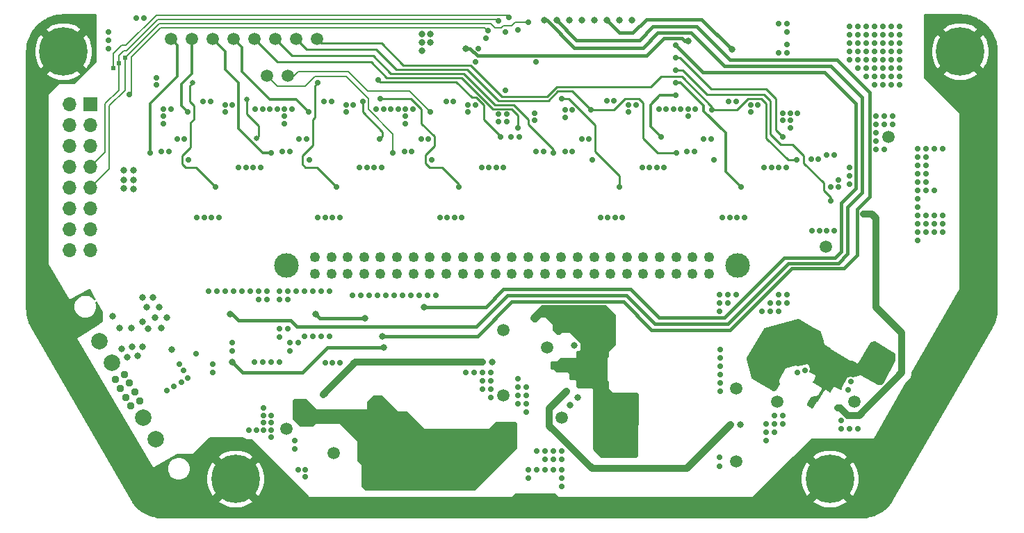
<source format=gbl>
%TF.GenerationSoftware,KiCad,Pcbnew,7.0.1-0*%
%TF.CreationDate,2023-07-14T11:12:34-05:00*%
%TF.ProjectId,power,706f7765-722e-46b6-9963-61645f706362,rev?*%
%TF.SameCoordinates,PXb5acc9ePY48ab840*%
%TF.FileFunction,Copper,L4,Bot*%
%TF.FilePolarity,Positive*%
%FSLAX46Y46*%
G04 Gerber Fmt 4.6, Leading zero omitted, Abs format (unit mm)*
G04 Created by KiCad (PCBNEW 7.0.1-0) date 2023-07-14 11:12:34*
%MOMM*%
%LPD*%
G01*
G04 APERTURE LIST*
%TA.AperFunction,ComponentPad*%
%ADD10C,1.500000*%
%TD*%
%TA.AperFunction,ComponentPad*%
%ADD11C,5.892800*%
%TD*%
%TA.AperFunction,ComponentPad*%
%ADD12C,4.521200*%
%TD*%
%TA.AperFunction,ComponentPad*%
%ADD13C,0.950000*%
%TD*%
%TA.AperFunction,ComponentPad*%
%ADD14C,2.000000*%
%TD*%
%TA.AperFunction,WasherPad*%
%ADD15C,3.000000*%
%TD*%
%TA.AperFunction,ComponentPad*%
%ADD16C,1.250000*%
%TD*%
%TA.AperFunction,ComponentPad*%
%ADD17R,1.700000X1.700000*%
%TD*%
%TA.AperFunction,ComponentPad*%
%ADD18O,1.700000X1.700000*%
%TD*%
%TA.AperFunction,ViaPad*%
%ADD19C,0.812800*%
%TD*%
%TA.AperFunction,ViaPad*%
%ADD20C,0.711200*%
%TD*%
%TA.AperFunction,ViaPad*%
%ADD21C,0.609600*%
%TD*%
%TA.AperFunction,ViaPad*%
%ADD22C,0.660400*%
%TD*%
%TA.AperFunction,Conductor*%
%ADD23C,0.812800*%
%TD*%
%TA.AperFunction,Conductor*%
%ADD24C,0.406400*%
%TD*%
%TA.AperFunction,Conductor*%
%ADD25C,0.203200*%
%TD*%
%TA.AperFunction,Conductor*%
%ADD26C,0.254000*%
%TD*%
%TA.AperFunction,Conductor*%
%ADD27C,0.304800*%
%TD*%
G04 APERTURE END LIST*
D10*
%TO.P,TP5,1,1*%
%TO.N,/converters/+5V5_reg_out*%
X-8763000Y-10413998D03*
%TD*%
%TO.P,TP8,1,1*%
%TO.N,/switches/nFORMAT_sw*%
X-85973000Y1524002D03*
%TD*%
%TO.P,TP21,1,1*%
%TO.N,/switches/nCMOS1_sw*%
X-93599000Y1524002D03*
%TD*%
%TO.P,TP1,1,1*%
%TO.N,Net-(U1-CLKOUT)*%
X-22265706Y-42671998D03*
%TD*%
%TO.P,TP16,1,1*%
%TO.N,/switches/nSAAS_sw*%
X-78359000Y1524002D03*
%TD*%
%TO.P,TP22,1,1*%
%TO.N,/switches/nCMOS2_sw*%
X-96139000Y1524002D03*
%TD*%
%TO.P,TP7,1,1*%
%TO.N,Net-(JP4-B)*%
X-27305000Y-49910998D03*
%TD*%
D11*
%TO.P,H2,1,1*%
%TO.N,Earth*%
X-109219998Y2D03*
%TD*%
D10*
%TO.P,TP10,1,1*%
%TO.N,/converters/+12V_reg_out*%
X-55626000Y-41909998D03*
%TD*%
%TO.P,TP17,1,1*%
%TO.N,/switches/nCDTE1_sw*%
X-81915000Y-2920998D03*
%TD*%
D12*
%TO.P,H5,1,1*%
%TO.N,+28V_ret*%
X-19812000Y-35432998D03*
%TD*%
D10*
%TO.P,TP20,1,1*%
%TO.N,/switches/nCDTE4_sw*%
X-91059000Y1524002D03*
%TD*%
%TO.P,TP14,1,1*%
%TO.N,/switches/nCDTEDE_sw*%
X-83433000Y1524002D03*
%TD*%
D11*
%TO.P,H1,1,1*%
%TO.N,Earth*%
X2Y2D03*
%TD*%
D12*
%TO.P,H6,1,1*%
%TO.N,+28V_ret*%
X-44577000Y-33400998D03*
%TD*%
D10*
%TO.P,TP13,1,1*%
%TO.N,Net-(U3-EN{slash}UV)*%
X-76327000Y-48894998D03*
%TD*%
%TO.P,TP6,1,1*%
%TO.N,Net-(JP4-A)*%
X-27305000Y-41020998D03*
%TD*%
%TO.P,TP2,1,1*%
%TO.N,Net-(U2-CLKOUT)*%
X-50292000Y-36067998D03*
%TD*%
%TO.P,TP9,1,1*%
%TO.N,Net-(JP5-A)*%
X-55626000Y-33908998D03*
%TD*%
%TO.P,TP15,1,1*%
%TO.N,/switches/nTIMEPIX_sw*%
X-80893000Y1524002D03*
%TD*%
D11*
%TO.P,H3,1,1*%
%TO.N,Earth*%
X-88264998Y-52069998D03*
%TD*%
D10*
%TO.P,TP18,1,1*%
%TO.N,/switches/nCDTE2_sw*%
X-84455000Y-2920998D03*
%TD*%
%TO.P,TP19,1,1*%
%TO.N,/switches/nCDTE3_sw*%
X-88519000Y1524002D03*
%TD*%
%TO.P,TP3,1,1*%
%TO.N,Net-(U3-SYNC)*%
X-82042000Y-45973998D03*
%TD*%
D13*
%TO.P,J2,1*%
%TO.N,unconnected-(J2-Pad1)*%
X-99945228Y-42563185D03*
%TO.P,J2,2*%
%TO.N,unconnected-(J2-Pad2)*%
X-100570228Y-41480653D03*
%TO.P,J2,3*%
%TO.N,unconnected-(J2-Pad3)*%
X-101195228Y-40398122D03*
%TO.P,J2,4*%
%TO.N,unconnected-(J2-Pad4)*%
X-101820228Y-39315590D03*
%TO.P,J2,5*%
%TO.N,/interface/PPS_in*%
X-101027760Y-43188185D03*
%TO.P,J2,6*%
%TO.N,unconnected-(J2-Pad6)*%
X-101652760Y-42105653D03*
%TO.P,J2,7*%
%TO.N,/interface/SHUTTER_in*%
X-102277760Y-41023122D03*
%TO.P,J2,8*%
%TO.N,/interface/PRELAUNCH_in*%
X-102902760Y-39940590D03*
D14*
%TO.P,J2,P1*%
%TO.N,+28V*%
X-97998994Y-47184162D03*
%TO.P,J2,P2*%
%TO.N,+28V_ret*%
X-99498994Y-44586085D03*
%TO.P,J2,P3*%
%TO.N,+28V_clean*%
X-103348994Y-37917690D03*
%TO.P,J2,P4*%
%TO.N,+28V_clean_ret*%
X-104848994Y-35319614D03*
%TD*%
D10*
%TO.P,TP12,1,1*%
%TO.N,Net-(U2-EN{slash}UV)*%
X-48514000Y-44576998D03*
%TD*%
D12*
%TO.P,H7,1,1*%
%TO.N,+28V_ret*%
X-69596000Y-48386998D03*
%TD*%
D11*
%TO.P,H4,1,1*%
%TO.N,Earth*%
X-15874998Y-52069998D03*
%TD*%
D10*
%TO.P,TP4,1,1*%
%TO.N,Net-(JP3-A)*%
X-16383000Y-23748998D03*
%TD*%
%TO.P,TP11,1,1*%
%TO.N,Net-(U1-EN{slash}UV)*%
X-12923636Y-42635197D03*
%TD*%
D15*
%TO.P,J3,*%
%TO.N,*%
X-82109998Y-26034998D03*
X-27109998Y-26034998D03*
D16*
%TO.P,J3,a1,Pin_a1*%
%TO.N,/interface/SAAS_5V_out*%
X-30609998Y-25034998D03*
%TO.P,J3,a2,Pin_a2*%
X-32609998Y-25034998D03*
%TO.P,J3,a3,Pin_a3*%
%TO.N,/interface/SAAS_12V_out*%
X-34609998Y-25034998D03*
%TO.P,J3,a4,Pin_a4*%
X-36609998Y-25034998D03*
%TO.P,J3,a5,Pin_a5*%
%TO.N,/interface/TIMEPIX_5V_out*%
X-38609998Y-25034998D03*
%TO.P,J3,a6,Pin_a6*%
X-40609998Y-25034998D03*
%TO.P,J3,a7,Pin_a7*%
%TO.N,/interface/TIMEPIX_12V_out*%
X-42609998Y-25034998D03*
%TO.P,J3,a8,Pin_a8*%
X-44609998Y-25034998D03*
%TO.P,J3,a9,Pin_a9*%
%TO.N,/interface/CDTEDE_V_out*%
X-46609998Y-25034998D03*
%TO.P,J3,a10,Pin_a10*%
X-48609998Y-25034998D03*
%TO.P,J3,a11,Pin_a11*%
%TO.N,/interface/FORMAT_V_out*%
X-50609998Y-25034998D03*
%TO.P,J3,a12,Pin_a12*%
X-52609998Y-25034998D03*
%TO.P,J3,a13,Pin_a13*%
%TO.N,unconnected-(J3-Pin_a13-Pada13)*%
X-54609998Y-25034998D03*
%TO.P,J3,a14,Pin_a14*%
%TO.N,/interface/CDTE1_V_out*%
X-56609998Y-25034998D03*
%TO.P,J3,a15,Pin_a15*%
X-58609998Y-25034998D03*
%TO.P,J3,a16,Pin_a16*%
%TO.N,/interface/CDTE2_V_out*%
X-60609998Y-25034998D03*
%TO.P,J3,a17,Pin_a17*%
X-62609998Y-25034998D03*
%TO.P,J3,a18,Pin_a18*%
%TO.N,/interface/CDTE3_V_out*%
X-64609998Y-25034998D03*
%TO.P,J3,a19,Pin_a19*%
X-66609998Y-25034998D03*
%TO.P,J3,a20,Pin_a20*%
%TO.N,/interface/CDTE4_V_out*%
X-68609998Y-25034998D03*
%TO.P,J3,a21,Pin_a21*%
X-70609998Y-25034998D03*
%TO.P,J3,a22,Pin_a22*%
%TO.N,/interface/CMOS1_V_out*%
X-72609998Y-25034998D03*
%TO.P,J3,a23,Pin_a23*%
X-74609998Y-25034998D03*
%TO.P,J3,a24,Pin_a24*%
%TO.N,/interface/CMOS2_V_out*%
X-76609998Y-25034998D03*
%TO.P,J3,a25,Pin_a25*%
X-78609998Y-25034998D03*
%TO.P,J3,b1,Pin_b1*%
%TO.N,+28V_ret*%
X-30609998Y-27034998D03*
%TO.P,J3,b2,Pin_b2*%
X-32609998Y-27034998D03*
%TO.P,J3,b3,Pin_b3*%
X-34609998Y-27034998D03*
%TO.P,J3,b4,Pin_b4*%
X-36609998Y-27034998D03*
%TO.P,J3,b5,Pin_b5*%
X-38609998Y-27034998D03*
%TO.P,J3,b6,Pin_b6*%
X-40609998Y-27034998D03*
%TO.P,J3,b7,Pin_b7*%
X-42609998Y-27034998D03*
%TO.P,J3,b8,Pin_b8*%
X-44609998Y-27034998D03*
%TO.P,J3,b9,Pin_b9*%
X-46609998Y-27034998D03*
%TO.P,J3,b10,Pin_b10*%
X-48609998Y-27034998D03*
%TO.P,J3,b11,Pin_b11*%
X-50609998Y-27034998D03*
%TO.P,J3,b12,Pin_b12*%
X-52609998Y-27034998D03*
%TO.P,J3,b13,Pin_b13*%
%TO.N,unconnected-(J3-Pin_b13-Padb13)*%
X-54609998Y-27034998D03*
%TO.P,J3,b14,Pin_b14*%
%TO.N,+28V_clean_ret*%
X-56609998Y-27034998D03*
%TO.P,J3,b15,Pin_b15*%
X-58609998Y-27034998D03*
%TO.P,J3,b16,Pin_b16*%
X-60609998Y-27034998D03*
%TO.P,J3,b17,Pin_b17*%
X-62609998Y-27034998D03*
%TO.P,J3,b18,Pin_b18*%
X-64609998Y-27034998D03*
%TO.P,J3,b19,Pin_b19*%
X-66609998Y-27034998D03*
%TO.P,J3,b20,Pin_b20*%
X-68609998Y-27034998D03*
%TO.P,J3,b21,Pin_b21*%
X-70609998Y-27034998D03*
%TO.P,J3,b22,Pin_b22*%
X-72609998Y-27034998D03*
%TO.P,J3,b23,Pin_b23*%
X-74609998Y-27034998D03*
%TO.P,J3,b24,Pin_b24*%
X-76609998Y-27034998D03*
%TO.P,J3,b25,Pin_b25*%
X-78609998Y-27034998D03*
%TD*%
D17*
%TO.P,J1,1,Pin_1*%
%TO.N,/converters/+5V_reg_out*%
X-105917998Y-6386828D03*
D18*
%TO.P,J1,2,Pin_2*%
%TO.N,/interface/PGC*%
X-108457998Y-6386828D03*
%TO.P,J1,3,Pin_3*%
%TO.N,/converters/+5V_reg_out*%
X-105917998Y-8926828D03*
%TO.P,J1,4,Pin_4*%
%TO.N,/interface/PGD*%
X-108457998Y-8926828D03*
%TO.P,J1,5,Pin_5*%
%TO.N,/interface/SPI.SCK*%
X-105917998Y-11466828D03*
%TO.P,J1,6,Pin_6*%
%TO.N,+28V_ret*%
X-108457998Y-11466828D03*
%TO.P,J1,7,Pin_7*%
%TO.N,/interface/SPI.SDI*%
X-105917998Y-14006828D03*
%TO.P,J1,8,Pin_8*%
%TO.N,/interface/+3V3_in*%
X-108457998Y-14006828D03*
%TO.P,J1,9,Pin_9*%
%TO.N,/interface/SPI.SDO*%
X-105917998Y-16546828D03*
%TO.P,J1,10,Pin_10*%
%TO.N,/interface/nMCLR*%
X-108457998Y-16546828D03*
%TO.P,J1,11,Pin_11*%
%TO.N,/interface/SPI.nCS3*%
X-105917998Y-19086828D03*
%TO.P,J1,12,Pin_12*%
%TO.N,/interface/PPS_in*%
X-108457998Y-19086828D03*
%TO.P,J1,13,Pin_13*%
%TO.N,/interface/SPI.nCS4*%
X-105917998Y-21626828D03*
%TO.P,J1,14,Pin_14*%
%TO.N,/interface/SHUTTER_in*%
X-108457998Y-21626828D03*
%TO.P,J1,15,Pin_15*%
%TO.N,/interface/PRELAUNCH_in*%
X-105917998Y-24166828D03*
%TO.P,J1,16,Pin_16*%
%TO.N,+28V_ret*%
X-108457998Y-24166828D03*
%TD*%
D19*
%TO.N,+28V_clean_ret*%
X-98298000Y-29971998D03*
D20*
X-77851000Y-29209998D03*
D19*
X-96647000Y-32384998D03*
X-97536000Y-31114998D03*
D20*
X-81915000Y-29209998D03*
X-82931000Y-30225998D03*
D19*
X-98933000Y-33781998D03*
X-99060000Y-31114998D03*
D20*
X-76835000Y-29209998D03*
D19*
X-98044000Y-32384998D03*
D20*
X-80899000Y-29209998D03*
D19*
X-100965000Y-33654998D03*
X-102362000Y-33654998D03*
D20*
X-78867000Y-29209998D03*
X-81915000Y-30225998D03*
D19*
X-97282000Y-33654998D03*
D20*
X-82931000Y-29209998D03*
D19*
X-99568000Y-32892998D03*
X-103251000Y-32257998D03*
X-99568000Y-29971998D03*
D20*
X-79883000Y-29209998D03*
%TO.N,+28V_ret*%
X-10414000Y1016002D03*
X-72389998Y-46863000D03*
X-40005000Y-45846998D03*
X-11483488Y-37600788D03*
X-65531998Y-46355000D03*
X-57023000Y-47878998D03*
X-12446000Y-1015998D03*
X-9398000Y-2031998D03*
X-41021000Y-45846998D03*
X-81661000Y-36448998D03*
X-5207000Y-21970998D03*
D19*
X-65532000Y2159002D03*
D20*
X-65913000Y-29717998D03*
X-4191000Y-16890998D03*
X-57403998Y-14096998D03*
X-36957000Y-14096998D03*
X-52578000Y-50926998D03*
X-66547998Y-48387000D03*
D19*
X-64516000Y1143002D03*
D20*
X-42037000Y-48894998D03*
X-87883998Y-14096998D03*
X-94107000Y-39750998D03*
X-80010000Y-45338998D03*
X-8382000Y-4063998D03*
X-12446000Y-2031998D03*
X-69977000Y-29717998D03*
X-63881000Y-29717998D03*
X-28956002Y-20193000D03*
X-11430000Y-3047998D03*
X-54736998Y-10414000D03*
X-51562000Y-50926998D03*
X-2159000Y-19938998D03*
X-39497004Y-6477002D03*
X-44069000Y-47878998D03*
X-11430000Y-2031998D03*
X-41021000Y-44830998D03*
X-9398000Y-3047998D03*
X-56514998Y-14096998D03*
X-10467488Y-35841024D03*
X-4191000Y-21970998D03*
X-14426641Y-37927479D03*
X-73278998Y-44831000D03*
X-94869000Y-40258998D03*
X-42926000Y-20192998D03*
X-44069000Y-46862998D03*
X-40005000Y-44830998D03*
X-63499998Y-46355000D03*
X-46845500Y-39362998D03*
X-74167998Y-44069000D03*
D19*
X-40005000Y3810002D03*
D20*
X-11430000Y-1015998D03*
X-58292998Y-14096998D03*
X-60451998Y-47371000D03*
X-11430000Y2032002D03*
X-83947000Y-37845998D03*
X-36068000Y-14096998D03*
X-42037000Y-43814998D03*
X-9398000Y2D03*
X-9398000Y-1015998D03*
X-4191000Y-20954998D03*
X-2159000Y-21970998D03*
X-64897000Y-29717998D03*
X-43750500Y-38037998D03*
X-61468000Y-48767998D03*
X-3175000Y-20954998D03*
X-55625998Y-14096998D03*
X-8382000Y3048002D03*
X-43053000Y-41782998D03*
X-57023000Y-49910998D03*
X-4191000Y-19938998D03*
X-85216998Y-14096998D03*
X-3175000Y-11810998D03*
X-67563998Y-50419000D03*
X-51689000Y-1269998D03*
X-78867000Y-34670998D03*
D19*
X-64516000Y2159002D03*
D20*
X-66547998Y-45339000D03*
X-7366000Y2D03*
X-79883000Y-34670998D03*
X-5207000Y-17906998D03*
X-75056998Y-44069000D03*
X-23939173Y-36568668D03*
X-59943998Y-7365998D03*
X-13462000Y2D03*
X-30353002Y-10667998D03*
X-66547998Y-47371000D03*
X-59943998Y-6476998D03*
X-45298000Y-39362998D03*
X-8382000Y-3047998D03*
X-96647000Y-41274998D03*
X-61594998Y-20192998D03*
X-42037000Y-20192998D03*
X-92963998Y-20192998D03*
X-21335998Y-37973000D03*
X-66547998Y-49403000D03*
X-71882000Y-46100998D03*
X-59055000Y-1269998D03*
X-10414000Y-4063998D03*
X-71373998Y-14096998D03*
X-47625000Y-33400998D03*
X-76835000Y-34670998D03*
X-69596000Y-44322998D03*
X-59435998Y-46355000D03*
X-25272998Y-38989000D03*
X-66929000Y-29717998D03*
X-85979000Y-37845998D03*
X-42037000Y-47878998D03*
X-79121000Y-45338998D03*
X-23431173Y-35688786D03*
X-55372000Y-4698998D03*
X-56007000Y-47878998D03*
X-22098000Y3429002D03*
X-64515998Y-47371000D03*
X-13462000Y-15112998D03*
X-49657000Y-31368998D03*
X-88646000Y-36448998D03*
X-76834998Y-44831000D03*
X-69596000Y-45338998D03*
X-15974141Y-40607827D03*
X-49530000Y-50926998D03*
X-25527002Y-6476998D03*
X-93091000Y-36829998D03*
X-42037000Y-42798998D03*
X-63499998Y-47371000D03*
X-80899000Y-44449998D03*
X-5207000Y-20954998D03*
X-53848000Y-39877998D03*
X-76454000Y-37908998D03*
X-29210000Y-40385998D03*
X-10414000Y2D03*
X-61467998Y-46355000D03*
X-70612000Y-43306998D03*
X-10688682Y-39526141D03*
X-56007000Y-48894998D03*
X-7366000Y-2031998D03*
X-48514000Y-50926998D03*
X-55372000Y2413002D03*
X-4191000Y-12826998D03*
X-8382000Y-1015998D03*
X-48514000Y-51942998D03*
X-67945000Y-29717998D03*
X-8382000Y1016002D03*
X-40386004Y-6477002D03*
X-74802998Y-7365998D03*
X-9587606Y-36349025D03*
X-88645998Y-6476998D03*
X-4191000Y-15874998D03*
X-48641000Y-31368998D03*
X-68580000Y-45338998D03*
X-97916998Y-3174998D03*
D19*
X-44577000Y3810002D03*
D20*
X-76834998Y-44069000D03*
X-76453998Y-20192998D03*
X-46101002Y-10667998D03*
X-13462000Y-14096998D03*
X-50546000Y-50926998D03*
X-11430000Y1016002D03*
X-86105998Y-14096998D03*
X-47625000Y-31368998D03*
X-59054998Y-6476998D03*
X-18034000Y-21843998D03*
X-13462000Y3048002D03*
X-4191000Y-14858998D03*
D19*
X-100711000Y-16763998D03*
D20*
X-86994998Y-14096998D03*
X-58419998Y-46355000D03*
X-42290998Y-35052000D03*
X-42037000Y-45846998D03*
X-9398000Y-4063998D03*
X-2159000Y-20954998D03*
X-54991000Y-47878998D03*
X-81026000Y-48386998D03*
D19*
X-100711000Y-15620998D03*
D20*
X-5207000Y-11810998D03*
X-62483998Y-46355000D03*
X-70612000Y-42290998D03*
D19*
X-101854000Y-14477998D03*
D20*
X-10975489Y-36720905D03*
X-26289002Y-20193000D03*
X-29210000Y-39369998D03*
X-10603607Y-38108788D03*
X-70612000Y-44322998D03*
X-43179998Y-35941000D03*
X-23495000Y-40004998D03*
X-10414000Y-2031998D03*
X-81661000Y-35432998D03*
D19*
X-46101000Y3810002D03*
D20*
X-80009998Y-42672000D03*
X-37846000Y-14096998D03*
X-70612000Y-45338998D03*
X-74041000Y-29717998D03*
X-62483998Y-20192998D03*
X-62611000Y-49783998D03*
X-79120998Y-43561000D03*
X-10095606Y-37228906D03*
X-47625000Y-32384998D03*
X-10414000Y-1015998D03*
X-73025000Y-29717998D03*
X-7366000Y-1015998D03*
X-45212002Y-10667998D03*
X-74167998Y-44831000D03*
X-94488000Y-10667998D03*
X-43053000Y-46862998D03*
X-24383998Y-39497000D03*
X-8707724Y-36857024D03*
X-12446000Y1016002D03*
X-58419998Y-47371000D03*
X-80010000Y-44449998D03*
X-31242002Y-10667998D03*
X-42037000Y-46862998D03*
X-66547998Y-46355000D03*
X-80010000Y-43560998D03*
X-82931000Y-37845998D03*
X-89534998Y-7365998D03*
X-57023000Y-48894998D03*
X-24447174Y-37448550D03*
X-25272998Y-37973000D03*
X-16256000Y-12572996D03*
X-15367000Y-21843998D03*
X-9398000Y3048002D03*
X-75056998Y-44831000D03*
X-100330000Y4064002D03*
X-65531998Y-47371000D03*
X-80899000Y-43560998D03*
X-45298000Y-38037998D03*
X-46845500Y-38037998D03*
X-7366000Y-3047998D03*
X-81026000Y-47370998D03*
X-75564998Y-20192998D03*
X-41148000Y-20192998D03*
X-73151998Y-14096998D03*
X-57023000Y-46862998D03*
X-67563998Y-46355000D03*
X-52832000Y-43941998D03*
X-13462000Y-1015998D03*
X-46608998Y-31369000D03*
X-24510998Y-35687000D03*
X-5207000Y-19938998D03*
X-43053000Y-48894998D03*
X-75945998Y-44069000D03*
X-3175000Y-16890998D03*
X-5207000Y-16890998D03*
X-5207000Y-13842998D03*
X-53720998Y-10414000D03*
X-7366000Y2032002D03*
X-80899000Y-42671998D03*
X-66547998Y-50419000D03*
X-62611000Y-48767998D03*
X-79121000Y-44449998D03*
X-10414000Y-3047998D03*
X-73405998Y-46863000D03*
X-73913998Y-6476998D03*
X-74802998Y-6476998D03*
X-43053000Y-47878998D03*
X-67563998Y-45339000D03*
X-22415174Y-33929021D03*
X-68961000Y-29717998D03*
X-29210000Y-37337998D03*
X-12446000Y3048002D03*
X-90296998Y-20192998D03*
X-73278998Y-44069000D03*
X-9398000Y2032002D03*
X-48514000Y-52958998D03*
X-3175000Y-21970998D03*
X-22987002Y-14097000D03*
X-27178002Y-20193000D03*
X-95377000Y-10667998D03*
X-9808798Y-40034140D03*
D19*
X-101854000Y-16636998D03*
D20*
X-71882000Y-42798998D03*
X-80645000Y-35432998D03*
X-49657000Y-32384998D03*
D19*
X-101854000Y-15620998D03*
D20*
X-54991000Y-48894998D03*
X-21082000Y2413002D03*
X-24638002Y-6476998D03*
X-23876002Y-14097000D03*
D19*
X-65532000Y1143002D03*
D20*
X-23059291Y-37076667D03*
X-15200391Y-39267653D03*
D19*
X-65532000Y127002D03*
D20*
X-21209002Y-14097000D03*
X-42037000Y-44830998D03*
X-55245000Y-7619998D03*
X-91185998Y-20192998D03*
X-63372998Y-20192998D03*
X-24002998Y-34798000D03*
X-21082000Y3429002D03*
X-10414000Y3048002D03*
X-94615000Y-38861998D03*
X-75565000Y-37908998D03*
X-5207000Y-15874998D03*
X-77851000Y-34670998D03*
X-48641000Y-32384998D03*
X-52832000Y-42925998D03*
X-12446000Y2032002D03*
X-77342998Y-20192998D03*
X-10414000Y2032002D03*
X-53848000Y-40893998D03*
X-23367998Y-33909000D03*
X-16256000Y-21843998D03*
X-22923174Y-34808903D03*
X-43815000Y-20192998D03*
X-23495000Y-38988998D03*
X-88646000Y-35432998D03*
X-8382000Y2D03*
X-60705998Y-20192998D03*
X-50673000Y-31368998D03*
X-17121625Y-39945327D03*
X-65658998Y-10667998D03*
X-97939118Y-4041878D03*
X-79628998Y-10667998D03*
X-58674000Y381002D03*
X-24383998Y-38481000D03*
X-23567291Y-37956549D03*
X-22179410Y-37584668D03*
X-64769998Y-10667998D03*
X-15367000Y-12572996D03*
X-7366000Y3048002D03*
X-15574125Y-37264979D03*
X-29337000Y-49402998D03*
X-82931000Y-33781998D03*
X-64515998Y-46355000D03*
X-52578000Y-51942998D03*
X-53848000Y-41909998D03*
X-43052998Y-42672000D03*
X-5207000Y-18922998D03*
X-16347875Y-38605153D03*
X-28067002Y-20193000D03*
X-13462000Y-16128998D03*
X-75945998Y-44831000D03*
X-55245000Y-8508998D03*
X-7366000Y-4063998D03*
X-5207000Y-22986998D03*
X-7366000Y1016002D03*
X-61467998Y-47371000D03*
X-11430000Y2D03*
X-95123000Y-38099998D03*
X-29210000Y-41401998D03*
X-29210000Y-38353998D03*
X-89534998Y-6476998D03*
X-4191000Y-11810998D03*
X-61468000Y-49783998D03*
X-70993000Y-29717998D03*
X-59435998Y-47371000D03*
X-56007000Y-46862998D03*
X-9215724Y-37736907D03*
X-62483998Y-47371000D03*
X-13462000Y2032002D03*
X-29210000Y-36321998D03*
X-5207000Y-14858998D03*
X-13462000Y1016002D03*
X-29337000Y-50545998D03*
X-84963000Y-37845998D03*
X-53848000Y-42925998D03*
X-70484998Y-14096998D03*
X-5207000Y-12826998D03*
X-80517998Y-10667998D03*
X-17145000Y-21843998D03*
X-9398000Y1016002D03*
X-77343000Y-37908998D03*
X-69596000Y-43306998D03*
X-81915000Y-33781998D03*
X-60451998Y-46355000D03*
X-82931000Y-34797998D03*
X-22098002Y-14097000D03*
X-25018998Y-36576000D03*
X-72009000Y-29717998D03*
X-78231998Y-20192998D03*
X-4191000Y-13842998D03*
X-95758000Y-40766998D03*
X-56007000Y-49910998D03*
X-12446000Y2D03*
X-11430000Y3048002D03*
X-25527002Y-7365998D03*
X-38735000Y-14096998D03*
X-8382000Y-2031998D03*
X-3175000Y-19938998D03*
X-92074998Y-20192998D03*
X-52832000Y-40893998D03*
X-2159000Y-11810998D03*
X-43750500Y-39362998D03*
X-52832000Y-41909998D03*
X-8382000Y2032002D03*
X-99441000Y4064002D03*
D19*
X-100711000Y-14477998D03*
D20*
X-72262998Y-14096998D03*
X-40386004Y-7366002D03*
%TO.N,+28V_clean*%
X-90551000Y-29209998D03*
X-76580998Y-6095998D03*
D19*
X-100838000Y-35940998D03*
X-100203000Y-37083998D03*
D20*
X-67690998Y-12191998D03*
X-97281998Y-12191998D03*
X-92201998Y-6095998D03*
X-84455000Y-30225998D03*
X-85471000Y-30225998D03*
X-87503000Y-29209998D03*
D19*
X-99568000Y-35940998D03*
D20*
X-96392998Y-12191998D03*
X-86487000Y-29209998D03*
D19*
X-101473000Y-37210998D03*
D20*
X-81660998Y-12191998D03*
X-88519000Y-29209998D03*
X-84455000Y-29209998D03*
X-82549998Y-12191998D03*
X-91567000Y-29209998D03*
X-89535000Y-29209998D03*
X-66801998Y-12191998D03*
D19*
X-102108000Y-36194998D03*
D20*
X-85471000Y-29209998D03*
X-91312998Y-6095998D03*
X-62610998Y-6095998D03*
X-61721998Y-6095998D03*
D19*
X-96012000Y-36321998D03*
D20*
X-77469998Y-6095998D03*
%TO.N,Net-(U1-EN{slash}UV)*%
X-13688973Y-41166800D03*
X-18955808Y-38859226D03*
X-13290958Y-40223418D03*
X-19823234Y-39091653D03*
%TO.N,Net-(JP3-C)*%
X-14904414Y-43398004D03*
D19*
X-11811000Y-19811998D03*
X-10795000Y-19811998D03*
D20*
%TO.N,/converters/+5V5_reg_out*%
X-9271000Y-7873998D03*
X-48133002Y-12192000D03*
X-9271000Y-11937998D03*
X-9271000Y-8889998D03*
D19*
X-47625000Y3810002D03*
D20*
X-51682002Y-12193498D03*
X-10287000Y-7873998D03*
X-50793002Y-12193498D03*
X-10287000Y-10921998D03*
X-47244002Y-12192000D03*
X-8255000Y-8889998D03*
X-10287000Y-11937998D03*
X-10287000Y-9905998D03*
X-10287000Y-8889998D03*
X-8255000Y-7873998D03*
D19*
%TO.N,Net-(U2-EN{slash}UV)*%
X-46609000Y-42163998D03*
X-47498000Y-43052998D03*
X-46990000Y-35813998D03*
D20*
%TO.N,Net-(JP4-C)*%
X-47964100Y-41401998D03*
D19*
X-26797000Y-45465998D03*
X-27940000Y-45465998D03*
D20*
%TO.N,Net-(JP5-C)*%
X-77597000Y-41758098D03*
D19*
X-58166000Y-37845998D03*
X-57023000Y-37845998D03*
D20*
%TO.N,/converters/+28V_reg_in*%
X-83947000Y-45211998D03*
X-14478000Y-44957998D03*
X-84836000Y-44322998D03*
X-84836000Y-46100998D03*
X-49530000Y-48640998D03*
X-49530000Y-49656998D03*
X-80645000Y-50926998D03*
X-51562000Y-48640998D03*
X-50546000Y-49656998D03*
X-12446000Y-45973998D03*
X-83947000Y-46100998D03*
X-14478000Y-45973998D03*
X-83947000Y-44322998D03*
X-79756000Y-50926998D03*
X-83947000Y-46989998D03*
X-85725000Y-46100998D03*
X-48514000Y-48640998D03*
X-79756000Y-51815998D03*
X-84836000Y-43433998D03*
X-84836000Y-45211998D03*
X-48514000Y-49656998D03*
X-13462000Y-45973998D03*
X-50546000Y-48640998D03*
X-86614000Y-46100998D03*
%TO.N,/converters/+12V_reg_out*%
X-29337000Y-29590998D03*
X-23114000Y-30606998D03*
X-28321000Y-29590998D03*
X-21082000Y-30606998D03*
X-57150000Y-42163998D03*
X-29337000Y-30606998D03*
X-29337000Y-31622998D03*
X-58166000Y-39115998D03*
X-21082000Y-29590998D03*
X-23114000Y-31622998D03*
X-27305000Y-29590998D03*
X-28321000Y-30606998D03*
X-58166000Y-41147998D03*
X-57150000Y-40131998D03*
X-33274002Y-12192000D03*
X-32385002Y-12192000D03*
X-60198000Y-39115998D03*
D19*
X-43053000Y3810002D03*
D20*
X-59182000Y-39115998D03*
X-57150000Y-41147998D03*
X-22098000Y-31622998D03*
X-28194002Y-6096000D03*
X-22098000Y-30606998D03*
X-22098000Y-29590998D03*
X-58166000Y-40131998D03*
X-57150000Y-39115998D03*
X-24130000Y-31622998D03*
X-27305002Y-6096000D03*
D19*
X-27813000Y254002D03*
D20*
%TO.N,/converters/+5V_reg_out*%
X-44831002Y-13208000D03*
X-43053002Y-5969000D03*
X-97027998Y-6984998D03*
X-97027998Y-7873998D03*
X-71120000Y-6984998D03*
X-21590000Y-45338998D03*
X-96138998Y-6984998D03*
X-22606000Y-46354998D03*
X-91059000Y-39115998D03*
D19*
X-41529000Y3810002D03*
D20*
X-21082000Y-126998D03*
X-51816000Y-7492998D03*
X-69342000Y-6984998D03*
X-21082000Y889002D03*
X-93979998Y-13207998D03*
X-57785000Y1651002D03*
X-36703000Y-6985000D03*
X-20701002Y-7492998D03*
X-34925000Y-6984998D03*
X-21590000Y-44322998D03*
X-21590002Y-8381998D03*
X-79247998Y-13207998D03*
X-23622000Y-45338998D03*
X-32258002Y-6985000D03*
X-82295998Y-7873998D03*
X-67563998Y-7873998D03*
X-66674998Y-6984998D03*
X-14859000Y-15620998D03*
X-97028000Y-8762998D03*
X-23622000Y-46354998D03*
X-91059000Y-38099998D03*
X-67563998Y-6984998D03*
X-82295998Y-6984998D03*
X-14859000Y-16509998D03*
X-48133000Y-8000998D03*
X-23622000Y-47370998D03*
X-20701000Y-9270996D03*
X-22606000Y-45338998D03*
X-56261000Y-7619998D03*
X-42164002Y-5969000D03*
X-51816000Y-8381998D03*
X-67564000Y-8762998D03*
X-56261000Y-8508998D03*
X-22606000Y-44322998D03*
X-34036000Y-6984998D03*
X-84963000Y-6984998D03*
X-19812000Y-7492998D03*
X-70231000Y-6984998D03*
X-15748000Y-16509998D03*
X-33147002Y-7874000D03*
X-82296000Y-8762998D03*
X-18161000Y-13080998D03*
X-68453000Y-6984998D03*
X-64388998Y-13207998D03*
X-84074002Y-6984998D03*
X-29972002Y-13208000D03*
X-81406998Y-6984998D03*
X-47244000Y-7111998D03*
X-20701002Y-8381998D03*
X-17272000Y-13080998D03*
X-21590002Y-7492998D03*
X-22098000Y-126998D03*
X-83185002Y-6984998D03*
X-35814000Y-6985000D03*
X-33147002Y-6985000D03*
X-48133000Y-7111998D03*
X-85852000Y-6984998D03*
%TO.N,/interface/+3V3_in*%
X-103759000Y1397002D03*
X-103759000Y381002D03*
X-53848000Y2667002D03*
X-103773400Y2413002D03*
D19*
%TO.N,/sense/VREF*%
X-60198000Y381002D03*
X-33147000Y1270002D03*
D21*
%TO.N,/interface/SPI.SCK*%
X-103124000Y-2031998D03*
D20*
X-54991000Y4191002D03*
D21*
%TO.N,/interface/SPI.SDI*%
X-102488998Y-1396998D03*
D20*
X-56261000Y3785102D03*
%TO.N,/interface/SPI.SDO*%
X-52578000Y3556002D03*
D21*
X-101726998Y-761998D03*
D20*
%TO.N,/interface/SPI.nCS4*%
X-101219000Y-5206998D03*
X-57531000Y2540002D03*
%TO.N,/sense/REGS_Isense*%
X-34671000Y762002D03*
D19*
X-65277998Y-31115000D03*
X-70230998Y-36068000D03*
X-88646000Y-37845998D03*
D20*
%TO.N,/switches/nCDTEDE_sw*%
X-49530000Y-12318998D03*
%TO.N,/switches/nTIMEPIX_sw*%
X-44958000Y-7111998D03*
X-34544000Y-12318998D03*
%TO.N,/switches/nSAAS_sw*%
X-19939000Y-13207996D03*
X-30226000Y-7111998D03*
%TO.N,/switches/nCDTE1_sw*%
X-64516000Y-7365998D03*
%TO.N,/switches/nCDTE2_sw*%
X-69087998Y-12318998D03*
%TO.N,/switches/nCDTE3_sw*%
X-79374998Y-7365998D03*
%TO.N,/switches/nCDTE4_sw*%
X-83946998Y-12318998D03*
%TO.N,/switches/nCMOS1_sw*%
X-94106998Y-7365998D03*
%TO.N,/switches/nCMOS2_sw*%
X-98678998Y-12318998D03*
D19*
%TO.N,Earth*%
X-68326000Y-56260998D03*
X-26035000Y-56260998D03*
X2667000Y-29463998D03*
D20*
X-52578000Y-55371998D03*
D19*
X-80899000Y-56260998D03*
X889000Y-35813998D03*
X-38735000Y-56260998D03*
X-100711000Y-53466998D03*
X-105029000Y-46227998D03*
X-112522000Y-21970998D03*
X-112522000Y-5968998D03*
X-60706000Y-56260998D03*
D20*
X-53594000Y-56387998D03*
D19*
X-112522000Y-26542998D03*
X-109347000Y-38861998D03*
X-112522000Y-33400998D03*
X-70866000Y-56260998D03*
X-101473000Y-52069998D03*
X-112522000Y-12826998D03*
X-28575000Y-56260998D03*
X2667000Y-22351998D03*
X-15875000Y-56260998D03*
X-112522000Y-15112998D03*
D20*
X-48514000Y-56387998D03*
D19*
X2667000Y-17652998D03*
X-88519000Y-56260998D03*
X-23495000Y-56260998D03*
X-56007000Y-56260998D03*
X-112522000Y-28828998D03*
X-3175000Y-43306998D03*
X-106807000Y-43179998D03*
X-103251000Y-49148998D03*
X-7239000Y-50418998D03*
X-36068000Y-56260998D03*
X-83312000Y-56260998D03*
X-96012000Y-56260998D03*
X-58166000Y-56260998D03*
X-112522000Y-8254998D03*
X-8636000Y-52577998D03*
X-33528000Y-56260998D03*
X-111760000Y-34670998D03*
X-112522000Y-3682998D03*
X-93472000Y-56260998D03*
D20*
X-51562000Y-56387998D03*
D19*
X-635000Y-38353998D03*
X2667000Y-3555998D03*
X-112522000Y-31114998D03*
X-9906000Y-54736998D03*
X2667000Y-20065998D03*
X-107569000Y-41909998D03*
X-41275000Y-56260998D03*
X2667000Y-27177998D03*
X-4699000Y-46100998D03*
X-112522000Y-24256998D03*
X-46228000Y-56260998D03*
X2667000Y-12953998D03*
X2286000Y-33273998D03*
X-108458000Y-40385998D03*
X2667000Y-5968998D03*
X-5842000Y-48259998D03*
X-112522000Y-19684998D03*
X-75819000Y-56260998D03*
X-112522000Y-10540998D03*
X-18542000Y-56260998D03*
X-110109000Y-37464998D03*
X2667000Y-15239998D03*
X-65659000Y-56260998D03*
X-105918000Y-44703998D03*
D20*
X-53594000Y-55371998D03*
D19*
X2667000Y-8254998D03*
D20*
X-49530000Y-56387998D03*
D19*
X-31115000Y-56260998D03*
X-78359000Y-56260998D03*
X-21082000Y-56260998D03*
X-13335000Y-56260998D03*
D20*
X-52578000Y-56387998D03*
X-54610000Y-55371998D03*
D19*
X-73279000Y-56260998D03*
X-99822000Y-54863998D03*
X-104140000Y-47751998D03*
X-63119000Y-56260998D03*
X-1778000Y-40766998D03*
X-43688000Y-56260998D03*
X-102362000Y-50672998D03*
X2667000Y-10540998D03*
D20*
X-48514000Y-55371998D03*
D19*
X-85852000Y-56260998D03*
D20*
X-54610000Y-56387998D03*
X-50546000Y-56387998D03*
D19*
X-110998000Y-36067998D03*
X-112522000Y-17398998D03*
X-91059000Y-56260998D03*
X2667000Y-24764998D03*
D20*
%TO.N,/sense/TIMEPIX_12V_Isense*%
X-26670000Y-16509998D03*
X-34671000Y-3809998D03*
%TO.N,/sense/TIMEPIX_5V_Isense*%
X-36449000Y-10413998D03*
X-34671000Y-5333998D03*
%TO.N,/sense/SAAS_12V_Isense*%
X-21590000Y-10413998D03*
X-34671000Y-761998D03*
%TO.N,/sense/SAAS_5V_Isense*%
X-34671000Y-2285998D03*
X-15748000Y-18160998D03*
D22*
%TO.N,/sense/CMOS1_Isense*%
X-86868000Y-5841998D03*
X-85730368Y-10550333D03*
%TO.N,/sense/CMOS2_Isense*%
X-93472000Y-3809998D03*
D20*
X-90677998Y-16509998D03*
%TO.N,/sense/CDTE1_Isense*%
X-56006998Y-10413998D03*
X-70866000Y-3428998D03*
%TO.N,/sense/CDTE2_Isense*%
X-61087000Y-16509998D03*
X-70612000Y-5714998D03*
%TO.N,/sense/CDTE3_Isense*%
X-72771000Y-6095998D03*
X-70739000Y-10667998D03*
%TO.N,/sense/CDTE4_Isense*%
X-75945998Y-16509998D03*
X-78232000Y-3809998D03*
%TO.N,/switches/nFORMAT_sw*%
X-53847998Y-9271000D03*
%TO.N,/sense/CDTEDE_Isense*%
X-48514000Y-5714998D03*
X-41529000Y-16509998D03*
D19*
%TO.N,Net-(JP8-C)*%
X-50673000Y3810002D03*
X-88900000Y-32003998D03*
%TO.N,Net-(JP9-C)*%
X-70357998Y-34671000D03*
X-78486000Y-32003998D03*
X-49149000Y3810002D03*
X-72516998Y-32512000D03*
%TD*%
D23*
%TO.N,Net-(JP3-C)*%
X-10795000Y-19811998D02*
X-10287000Y-20319998D01*
X-10287000Y-20319998D02*
X-10287000Y-31114998D01*
X-10287000Y-31114998D02*
X-7111998Y-34290000D01*
X-7111998Y-34290000D02*
X-7111998Y-39116000D01*
X-7111998Y-39116000D02*
X-12318998Y-44323000D01*
X-12318998Y-44323000D02*
X-13715998Y-44323000D01*
X-13715998Y-44323000D02*
X-14640994Y-43398004D01*
X-14640994Y-43398004D02*
X-14904414Y-43398004D01*
X-10795000Y-19811998D02*
X-11811000Y-19811998D01*
%TO.N,Net-(JP4-C)*%
X-50037998Y-45593000D02*
X-50037998Y-43475896D01*
X-50037998Y-43475896D02*
X-47964100Y-41401998D01*
X-27940000Y-45465998D02*
X-33274002Y-50800000D01*
X-44830998Y-50800000D02*
X-50037998Y-45593000D01*
X-33274002Y-50800000D02*
X-44830998Y-50800000D01*
%TO.N,Net-(JP5-C)*%
X-77572096Y-41758098D02*
X-73659996Y-37845998D01*
X-77597000Y-41758098D02*
X-77572096Y-41758098D01*
X-73659996Y-37845998D02*
X-58166000Y-37845998D01*
D24*
%TO.N,/converters/+12V_reg_out*%
X-41529000Y2286002D02*
X-39878000Y2286002D01*
X-39878000Y2286002D02*
X-38227000Y3937002D01*
X-35306000Y3937002D02*
X-31496000Y3937002D01*
X-43053000Y3810002D02*
X-41529000Y2286002D01*
X-38227000Y3937002D02*
X-35306000Y3937002D01*
X-31496000Y3937002D02*
X-27813000Y254002D01*
%TO.N,/sense/VREF*%
X-59715710Y381002D02*
X-60198000Y381002D01*
X-36068000Y1651002D02*
X-38227000Y-507998D01*
X-33909000Y1651002D02*
X-36068000Y1651002D01*
X-33528000Y1270002D02*
X-33909000Y1651002D01*
X-38227000Y-507998D02*
X-58826710Y-507998D01*
X-58826710Y-507998D02*
X-59715710Y381002D01*
X-33147000Y1270002D02*
X-33528000Y1270002D01*
D25*
%TO.N,/interface/SPI.SCK*%
X-103124000Y-2031998D02*
X-103124000Y-253998D01*
X-97917000Y4445002D02*
X-55245000Y4445002D01*
X-103124000Y-253998D02*
X-102108000Y762002D01*
X-55245000Y4445002D02*
X-54991000Y4191002D01*
X-101600000Y762002D02*
X-97917000Y4445002D01*
X-102108000Y762002D02*
X-101600000Y762002D01*
%TO.N,/interface/SPI.SDI*%
X-102488998Y-1396998D02*
X-102488998Y-4698998D01*
X-104139998Y-12228828D02*
X-105917998Y-14006828D01*
X-102488998Y-447732D02*
X-101914264Y127002D01*
X-101914264Y127002D02*
X-101566632Y127002D01*
X-104139998Y-6349998D02*
X-104139998Y-12228828D01*
X-97756632Y3937002D02*
X-56412900Y3937002D01*
X-101566632Y127002D02*
X-97756632Y3937002D01*
X-56412900Y3937002D02*
X-56261000Y3785102D01*
X-102488998Y-4698998D02*
X-104139998Y-6349998D01*
X-102488998Y-1396998D02*
X-102488998Y-447732D01*
%TO.N,/interface/SPI.SDO*%
X-57150000Y3429002D02*
X-97535998Y3429002D01*
X-56642000Y2921002D02*
X-57150000Y3429002D01*
X-101726998Y-4698998D02*
X-103631998Y-6603998D01*
X-103631998Y-6603998D02*
X-103631998Y-14260828D01*
X-103631998Y-14260828D02*
X-105917998Y-16546828D01*
X-54229000Y3556002D02*
X-54610000Y3175002D01*
X-55880000Y2921002D02*
X-56642000Y2921002D01*
X-54610000Y3175002D02*
X-55626000Y3175002D01*
X-52578000Y3556002D02*
X-54229000Y3556002D01*
X-55626000Y3175002D02*
X-55880000Y2921002D01*
X-101726998Y-761998D02*
X-101726998Y-4698998D01*
X-97535998Y3429002D02*
X-101726998Y-761998D01*
%TO.N,/interface/SPI.nCS4*%
X-97409000Y2921002D02*
X-100965000Y-634998D01*
X-57531000Y2540002D02*
X-57912000Y2921002D01*
X-100965000Y-634998D02*
X-100965000Y-4952998D01*
X-57912000Y2921002D02*
X-97409000Y2921002D01*
X-100965000Y-4952998D02*
X-101219000Y-5206998D01*
D24*
%TO.N,/sense/REGS_Isense*%
X-12700000Y-16636998D02*
X-14478000Y-18414998D01*
X-55625998Y-28956000D02*
X-57784998Y-31115000D01*
X-14478000Y-24318629D02*
X-15305369Y-25145998D01*
X-14478000Y-18414998D02*
X-14478000Y-24318629D01*
X-34671000Y762002D02*
X-31369000Y-2539998D01*
X-40131998Y-28956000D02*
X-55625998Y-28956000D01*
X-31369000Y-2539998D02*
X-16510000Y-2539998D01*
X-21463000Y-25145998D02*
X-28702000Y-32384998D01*
X-36703000Y-32384998D02*
X-40131998Y-28956000D01*
X-70230998Y-36068000D02*
X-77088998Y-36068000D01*
X-12700000Y-6349998D02*
X-12700000Y-16636998D01*
X-15305369Y-25145998D02*
X-21463000Y-25145998D01*
X-57784998Y-31115000D02*
X-65277998Y-31115000D01*
X-77088998Y-36068000D02*
X-80136998Y-39116000D01*
X-80136998Y-39116000D02*
X-87375998Y-39116000D01*
X-87375998Y-39116000D02*
X-88646000Y-37845998D01*
X-28702000Y-32384998D02*
X-36703000Y-32384998D01*
X-16510000Y-2539998D02*
X-12700000Y-6349998D01*
D26*
%TO.N,/switches/nCDTEDE_sw*%
X-54356000Y-6476998D02*
X-56671447Y-6476998D01*
X-69342000Y-2666998D02*
X-71501000Y-507998D01*
X-52578000Y-8889998D02*
X-52578000Y-8254998D01*
X-71501000Y-507998D02*
X-81401000Y-507998D01*
X-60481447Y-2666998D02*
X-69342000Y-2666998D01*
X-49530000Y-11937998D02*
X-52578000Y-8889998D01*
X-81401000Y-507998D02*
X-83433000Y1524002D01*
X-56671447Y-6476998D02*
X-60481447Y-2666998D01*
X-52578000Y-8254998D02*
X-54356000Y-6476998D01*
X-49530000Y-12318998D02*
X-49530000Y-11937998D01*
%TO.N,/switches/nTIMEPIX_sw*%
X-40830500Y-5714998D02*
X-39116000Y-5714998D01*
X-38608000Y-6222998D02*
X-38608000Y-10540998D01*
X-56261000Y-5968998D02*
X-60071000Y-2158998D01*
X-44958000Y-7111998D02*
X-47244000Y-4825998D01*
X-60071000Y-2158998D02*
X-68707000Y-2158998D01*
X-71120000Y254002D02*
X-79623000Y254002D01*
X-49022000Y-4825998D02*
X-50165000Y-5968998D01*
X-44958000Y-7111998D02*
X-42227500Y-7111998D01*
X-38608000Y-10540998D02*
X-36830000Y-12318998D01*
X-47244000Y-4825998D02*
X-49022000Y-4825998D01*
X-50165000Y-5968998D02*
X-56261000Y-5968998D01*
X-68707000Y-2158998D02*
X-71120000Y254002D01*
X-79623000Y254002D02*
X-80893000Y1524002D01*
X-36830000Y-12318998D02*
X-34544000Y-12318998D01*
X-39116000Y-5714998D02*
X-38608000Y-6222998D01*
X-42227500Y-7111998D02*
X-40830500Y-5714998D01*
%TO.N,/switches/nSAAS_sw*%
X-30226000Y-6730998D02*
X-33909000Y-3047998D01*
X-67818000Y-1650998D02*
X-70485000Y1016002D01*
X-50292000Y-5460998D02*
X-55797947Y-5460998D01*
X-27241500Y-7111998D02*
X-30226000Y-7111998D01*
X-24257000Y-5714998D02*
X-25844500Y-5714998D01*
X-55797947Y-5460998D02*
X-59607947Y-1650998D01*
X-36449000Y-3047998D02*
X-37719000Y-4317998D01*
X-37719000Y-4317998D02*
X-49149000Y-4317998D01*
X-23622000Y-6349998D02*
X-24257000Y-5714998D01*
X-33909000Y-3047998D02*
X-36449000Y-3047998D01*
X-25844500Y-5714998D02*
X-27241500Y-7111998D01*
X-20955002Y-13207996D02*
X-23622000Y-10540998D01*
X-23622000Y-10540998D02*
X-23622000Y-6349998D01*
X-49149000Y-4317998D02*
X-50292000Y-5460998D01*
X-77851000Y1016002D02*
X-78359000Y1524002D01*
X-30226000Y-7111998D02*
X-30226000Y-6730998D01*
X-19939000Y-13207996D02*
X-20955002Y-13207996D01*
X-70485000Y1016002D02*
X-77851000Y1016002D01*
X-59607947Y-1650998D02*
X-67818000Y-1650998D01*
D25*
%TO.N,/switches/nCDTE1_sw*%
X-74549000Y-2412998D02*
X-72136000Y-4825998D01*
X-72136000Y-4825998D02*
X-67056000Y-4825998D01*
X-81915000Y-2920998D02*
X-81153000Y-2920998D01*
X-67056000Y-4825998D02*
X-64516000Y-7365998D01*
X-80645000Y-2412998D02*
X-74549000Y-2412998D01*
X-81153000Y-2920998D02*
X-80645000Y-2412998D01*
%TO.N,/switches/nCDTE2_sw*%
X-78613000Y-3047998D02*
X-74803000Y-3047998D01*
X-69087998Y-10033000D02*
X-69087998Y-12318998D01*
X-84455000Y-2920998D02*
X-83185000Y-4190998D01*
X-72110600Y-7010398D02*
X-69087998Y-10033000D01*
X-83185000Y-4190998D02*
X-79756000Y-4190998D01*
X-79756000Y-4190998D02*
X-78613000Y-3047998D01*
X-74803000Y-3047998D02*
X-72110600Y-5740398D01*
X-72110600Y-5740398D02*
X-72110600Y-7010398D01*
D27*
%TO.N,/switches/nCDTE3_sw*%
X-80898998Y-5841998D02*
X-84074000Y-5841998D01*
X-87503000Y508002D02*
X-88519000Y1524002D01*
X-84074000Y-5841998D02*
X-87503000Y-2412998D01*
X-79374998Y-7365998D02*
X-80898998Y-5841998D01*
X-87503000Y-2412998D02*
X-87503000Y508002D01*
%TO.N,/switches/nCDTE4_sw*%
X-87884000Y-9366569D02*
X-87884000Y-3809998D01*
X-89535000Y-2158998D02*
X-89535000Y2D01*
X-87884000Y-3809998D02*
X-89535000Y-2158998D01*
X-89535000Y2D02*
X-91059000Y1524002D01*
X-83946998Y-12318998D02*
X-84931571Y-12318998D01*
X-84931571Y-12318998D02*
X-87884000Y-9366569D01*
%TO.N,/switches/nCMOS1_sw*%
X-94869000Y-3936998D02*
X-93599000Y-2666998D01*
X-94869000Y-6603996D02*
X-94869000Y-3936998D01*
X-93599000Y-2666998D02*
X-93599000Y1524002D01*
X-94106998Y-7365998D02*
X-94869000Y-6603996D01*
%TO.N,/switches/nCMOS2_sw*%
X-98678998Y-6349996D02*
X-98678998Y-12318998D01*
X-95377000Y762002D02*
X-95377000Y-3047998D01*
X-96139000Y1524002D02*
X-95377000Y762002D01*
X-95377000Y-3047998D02*
X-98678998Y-6349996D01*
%TO.N,/sense/TIMEPIX_12V_Isense*%
X-26670000Y-16509998D02*
X-28575000Y-14604998D01*
X-34036000Y-3809998D02*
X-34671000Y-3809998D01*
X-31242000Y-7238998D02*
X-31242000Y-6603998D01*
X-28575000Y-9905998D02*
X-31242000Y-7238998D01*
X-28575000Y-14604998D02*
X-28575000Y-9905998D01*
X-31242000Y-6603998D02*
X-34036000Y-3809998D01*
%TO.N,/sense/TIMEPIX_5V_Isense*%
X-34671000Y-5333998D02*
X-36576000Y-5333998D01*
X-36576000Y-5333998D02*
X-37719000Y-6476998D01*
X-37719000Y-6476998D02*
X-37719000Y-9143998D01*
X-37719000Y-9143998D02*
X-36449000Y-10413998D01*
D26*
%TO.N,/sense/SAAS_12V_Isense*%
X-21590000Y-10413998D02*
X-22479000Y-9524998D01*
X-34163000Y-761998D02*
X-34671000Y-761998D01*
X-23622000Y-4571998D02*
X-30353000Y-4571998D01*
X-22479000Y-5714998D02*
X-23622000Y-4571998D01*
X-22479000Y-9524998D02*
X-22479000Y-5714998D01*
X-30353000Y-4571998D02*
X-34163000Y-761998D01*
%TO.N,/sense/SAAS_5V_Isense*%
X-30861000Y-5206998D02*
X-33782000Y-2285998D01*
X-23876000Y-5206998D02*
X-30861000Y-5206998D01*
X-15748000Y-18160998D02*
X-15748000Y-17779998D01*
X-19050000Y-13588998D02*
X-19050000Y-12699998D01*
X-23114000Y-5968998D02*
X-23876000Y-5206998D01*
X-15748000Y-17779998D02*
X-16637000Y-16890998D01*
X-33782000Y-2285998D02*
X-34671000Y-2285998D01*
X-19050000Y-12699998D02*
X-20447000Y-11302998D01*
X-20447000Y-11302998D02*
X-21844000Y-11302998D01*
X-16637000Y-16890998D02*
X-16637000Y-16001998D01*
X-21844000Y-11302998D02*
X-23114000Y-10032998D01*
X-16637000Y-16001998D02*
X-19050000Y-13588998D01*
X-23114000Y-10032998D02*
X-23114000Y-5968998D01*
%TO.N,/sense/CMOS1_Isense*%
X-85730368Y-10550333D02*
X-85730368Y-10546366D01*
X-85471000Y-10286998D02*
X-85471000Y-9016998D01*
X-85471000Y-9016998D02*
X-86868000Y-7619998D01*
X-86868000Y-7619998D02*
X-86868000Y-5841998D01*
X-85730368Y-10546366D02*
X-85471000Y-10286998D01*
%TO.N,/sense/CMOS2_Isense*%
X-93345000Y-6603998D02*
X-93345000Y-8254998D01*
X-94742000Y-12636498D02*
X-94742000Y-13715998D01*
X-93853000Y-6095998D02*
X-93345000Y-6603998D01*
X-93726000Y-8635998D02*
X-93726000Y-11620498D01*
X-93853000Y-4190998D02*
X-93853000Y-6095998D01*
X-93345000Y-8254998D02*
X-93726000Y-8635998D01*
X-93472000Y-3809998D02*
X-93853000Y-4190998D01*
X-94742000Y-13715998D02*
X-94361000Y-14096998D01*
X-93726000Y-11620498D02*
X-94742000Y-12636498D01*
X-93090998Y-14096998D02*
X-90677998Y-16509998D01*
X-94361000Y-14096998D02*
X-93090998Y-14096998D01*
%TO.N,/sense/CDTE1_Isense*%
X-56006998Y-10287000D02*
X-56006998Y-10413998D01*
X-58039000Y-6523128D02*
X-58039000Y-8254998D01*
X-58974130Y-5587998D02*
X-58039000Y-6523128D01*
X-70612000Y-3682998D02*
X-61404500Y-3682998D01*
X-70866000Y-3428998D02*
X-70612000Y-3682998D01*
X-61404500Y-3682998D02*
X-59499500Y-5587998D01*
X-59499500Y-5587998D02*
X-58974130Y-5587998D01*
X-58039000Y-8254998D02*
X-56006998Y-10287000D01*
%TO.N,/sense/CDTE2_Isense*%
X-65151000Y-12572998D02*
X-65151000Y-13588998D01*
X-66929000Y-5714998D02*
X-65659000Y-6984998D01*
X-61087000Y-16128998D02*
X-61087000Y-16509998D01*
X-64084198Y-10337800D02*
X-64084198Y-11506196D01*
X-63119000Y-14096998D02*
X-61087000Y-16128998D01*
X-65659000Y-8762998D02*
X-64084198Y-10337800D01*
X-64643000Y-14096998D02*
X-63119000Y-14096998D01*
X-70612000Y-5714998D02*
X-66929000Y-5714998D01*
X-64084198Y-11506196D02*
X-65151000Y-12572998D01*
X-65659000Y-6984998D02*
X-65659000Y-8762998D01*
X-65151000Y-13588998D02*
X-64643000Y-14096998D01*
%TO.N,/sense/CDTE3_Isense*%
X-72771000Y-7365998D02*
X-72771000Y-6095998D01*
X-70358000Y-9778998D02*
X-72771000Y-7365998D01*
X-70739000Y-10667998D02*
X-70358000Y-10286998D01*
X-70358000Y-10286998D02*
X-70358000Y-9778998D01*
%TO.N,/sense/CDTE4_Isense*%
X-80137000Y-12699998D02*
X-78867000Y-11429998D01*
X-79756000Y-14096998D02*
X-80137000Y-13715998D01*
X-78359000Y-14096998D02*
X-79756000Y-14096998D01*
X-80137000Y-13715998D02*
X-80137000Y-12699998D01*
X-78358998Y-14096998D02*
X-78359000Y-14096998D01*
X-78613000Y-8000998D02*
X-78613000Y-4190998D01*
X-78867000Y-8254998D02*
X-78613000Y-8000998D01*
X-78613000Y-4190998D02*
X-78486000Y-4063998D01*
X-78867000Y-11429998D02*
X-78867000Y-8254998D01*
X-78486000Y-4063998D02*
X-78232000Y-3809998D01*
X-75945998Y-16509998D02*
X-78358998Y-14096998D01*
%TO.N,/switches/nFORMAT_sw*%
X-53847998Y-9271000D02*
X-53847998Y-7747000D01*
X-56955952Y-6959598D02*
X-60740552Y-3174998D01*
X-53847998Y-7747000D02*
X-54635400Y-6959598D01*
X-69850000Y-3174998D02*
X-71755000Y-1269998D01*
X-83179000Y-1269998D02*
X-85973000Y1524002D01*
X-71755000Y-1269998D02*
X-83179000Y-1269998D01*
X-60740552Y-3174998D02*
X-69850000Y-3174998D01*
X-54635400Y-6959598D02*
X-56955952Y-6959598D01*
%TO.N,/sense/CDTEDE_Isense*%
X-44450000Y-12191998D02*
X-41529000Y-15112998D01*
X-47671132Y-5714998D02*
X-44450000Y-8936130D01*
X-41529000Y-15112998D02*
X-41529000Y-16509998D01*
X-48514000Y-5714998D02*
X-47671132Y-5714998D01*
X-44450000Y-8936130D02*
X-44450000Y-12191998D01*
D24*
%TO.N,Net-(JP8-C)*%
X-40639998Y-29718000D02*
X-55181498Y-29718000D01*
X-36830000Y2286002D02*
X-32766000Y2286002D01*
X-13716000Y-24637998D02*
X-14859000Y-25780998D01*
X-58991498Y-33528000D02*
X-80771998Y-33528000D01*
X-11938000Y-17144998D02*
X-13716000Y-18922998D01*
X-28702000Y-1777998D02*
X-15748000Y-1777998D01*
X-50673000Y3810002D02*
X-50368200Y3810002D01*
X-80771998Y-33528000D02*
X-81533998Y-32766000D01*
X-37210998Y-33147000D02*
X-40639998Y-29718000D01*
X-88646000Y-32003998D02*
X-88900000Y-32003998D01*
X-87883998Y-32766000D02*
X-88646000Y-32003998D01*
X-81533998Y-32766000D02*
X-87883998Y-32766000D01*
X-13716000Y-18922998D02*
X-13716000Y-24637998D01*
X-47015400Y457202D02*
X-38658800Y457202D01*
X-38658800Y457202D02*
X-36830000Y2286002D01*
X-28321002Y-33147000D02*
X-37210998Y-33147000D01*
X-14859000Y-25780998D02*
X-20955000Y-25780998D01*
X-55181498Y-29718000D02*
X-58991498Y-33528000D01*
X-11938000Y-5587998D02*
X-11938000Y-17144998D01*
X-50368200Y3810002D02*
X-47015400Y457202D01*
X-32766000Y2286002D02*
X-28702000Y-1777998D01*
X-20955000Y-25780998D02*
X-28321002Y-33147000D01*
X-15748000Y-1777998D02*
X-11938000Y-5587998D01*
%TO.N,Net-(JP9-C)*%
X-12598400Y-19202398D02*
X-12598400Y-24790398D01*
X-54609998Y-30480000D02*
X-58800998Y-34671000D01*
X-39090600Y1422402D02*
X-37465000Y3048002D01*
X-72516998Y-32512000D02*
X-77977998Y-32512000D01*
X-28067002Y-33909000D02*
X-37591998Y-33909000D01*
X-28067000Y-1015998D02*
X-14986000Y-1015998D01*
X-77977998Y-32512000D02*
X-78486000Y-32003998D01*
X-14986000Y-1015998D02*
X-11049000Y-4952998D01*
X-37465000Y3048002D02*
X-32131000Y3048002D01*
X-58800998Y-34671000D02*
X-70357998Y-34671000D01*
X-12598400Y-24790398D02*
X-14173200Y-26365198D01*
X-41020998Y-30480000D02*
X-54609998Y-30480000D01*
X-49149000Y3810002D02*
X-46761400Y1422402D01*
X-20523200Y-26365198D02*
X-28067002Y-33909000D01*
X-46761400Y1422402D02*
X-39090600Y1422402D01*
X-32131000Y3048002D02*
X-28067000Y-1015998D01*
X-11049000Y-17652998D02*
X-12598400Y-19202398D01*
X-14173200Y-26365198D02*
X-20523200Y-26365198D01*
X-11049000Y-4952998D02*
X-11049000Y-17652998D01*
X-37591998Y-33909000D02*
X-41020998Y-30480000D01*
%TD*%
%TA.AperFunction,Conductor*%
%TO.N,+28V_ret*%
G36*
X-70361172Y-41917656D02*
G01*
X-70328535Y-41939463D01*
X-68453000Y-43814998D01*
X-67478670Y-43814998D01*
X-67440172Y-43822656D01*
X-67407535Y-43844463D01*
X-65273114Y-45978884D01*
X-57403998Y-45974000D01*
X-56544465Y-45114462D01*
X-56511828Y-45092656D01*
X-56473330Y-45084998D01*
X-54270670Y-45084998D01*
X-54232172Y-45092656D01*
X-54199535Y-45114463D01*
X-54004465Y-45309533D01*
X-53982658Y-45342170D01*
X-53975000Y-45380668D01*
X-53975000Y-48345328D01*
X-53982658Y-48383826D01*
X-54004465Y-48416463D01*
X-59020035Y-53432033D01*
X-59052672Y-53453840D01*
X-59091170Y-53461498D01*
X-72480830Y-53461498D01*
X-72519328Y-53453840D01*
X-72551965Y-53432033D01*
X-72868535Y-53115463D01*
X-72890342Y-53082826D01*
X-72898000Y-53044328D01*
X-72898000Y-50418998D01*
X-73376535Y-49940463D01*
X-73398342Y-49907826D01*
X-73406000Y-49869328D01*
X-73406000Y-47497998D01*
X-75565000Y-45338998D01*
X-78486000Y-45338998D01*
X-78837535Y-45690533D01*
X-78870172Y-45712340D01*
X-78908670Y-45719998D01*
X-80349330Y-45719998D01*
X-80387828Y-45712340D01*
X-80420465Y-45690533D01*
X-81250535Y-44860463D01*
X-81272342Y-44827826D01*
X-81280000Y-44789328D01*
X-81280000Y-42459668D01*
X-81272342Y-42421170D01*
X-81250535Y-42388533D01*
X-81182465Y-42320463D01*
X-81149828Y-42298656D01*
X-81111330Y-42290998D01*
X-79670670Y-42290998D01*
X-79632172Y-42298656D01*
X-79599536Y-42320462D01*
X-78359000Y-43560998D01*
X-72262998Y-43560998D01*
X-72262998Y-42713670D01*
X-72255340Y-42675172D01*
X-72233533Y-42642535D01*
X-71881998Y-42291000D01*
X-71530465Y-41939463D01*
X-71497828Y-41917656D01*
X-71459330Y-41909998D01*
X-70399670Y-41909998D01*
X-70361172Y-41917656D01*
G37*
%TD.AperFunction*%
%TD*%
%TA.AperFunction,Conductor*%
%TO.N,+28V_ret*%
G36*
X-19670170Y-32580911D02*
G01*
X-17789272Y-33666848D01*
X-17010934Y-34116222D01*
X-16973971Y-34148637D01*
X-16952227Y-34192730D01*
X-16662479Y-35274083D01*
X-16547368Y-35703684D01*
X-16547367Y-35703685D01*
X-15822671Y-36122088D01*
X-15785709Y-36154503D01*
X-15763964Y-36198595D01*
X-15730986Y-36321670D01*
X-15730985Y-36321671D01*
X-13421298Y-37655168D01*
X-13421296Y-37655169D01*
X-13298221Y-37622191D01*
X-13249166Y-37618977D01*
X-13202613Y-37634780D01*
X-12668414Y-37943200D01*
X-12587899Y-37989685D01*
X-12414414Y-37943200D01*
X-10980010Y-35458736D01*
X-10947596Y-35421776D01*
X-10903506Y-35400031D01*
X-10485486Y-35288023D01*
X-10435023Y-35285003D01*
X-10387432Y-35302063D01*
X-9726770Y-35703685D01*
X-7934547Y-36793192D01*
X-7890173Y-36839097D01*
X-7873998Y-36900859D01*
X-7873998Y-37560997D01*
X-7888383Y-37619462D01*
X-9262077Y-40241968D01*
X-9284596Y-40272598D01*
X-9615096Y-40603097D01*
X-9655970Y-40630409D01*
X-9704188Y-40640000D01*
X-9999187Y-40640000D01*
X-10062267Y-40623072D01*
X-12106033Y-39441067D01*
X-12106034Y-39441066D01*
X-13083942Y-39703095D01*
X-13124790Y-39707119D01*
X-13135050Y-39704727D01*
X-13135141Y-39705424D01*
X-13158241Y-39702382D01*
X-13204790Y-39686580D01*
X-13359467Y-39597277D01*
X-13359468Y-39597277D01*
X-13692746Y-39686580D01*
X-13722468Y-39694544D01*
X-13722470Y-39694545D01*
X-14457105Y-40966962D01*
X-14457105Y-40966963D01*
X-14457105Y-40966964D01*
X-14446613Y-41006121D01*
X-14441367Y-41025701D01*
X-14435199Y-41033739D01*
X-14413455Y-41077833D01*
X-14410240Y-41126891D01*
X-14426045Y-41173446D01*
X-14429902Y-41180126D01*
X-14476021Y-41226243D01*
X-14539020Y-41243122D01*
X-14602019Y-41226241D01*
X-15262795Y-40844742D01*
X-15262796Y-40844742D01*
X-15436282Y-40891227D01*
X-15436281Y-40891227D01*
X-15436283Y-40891228D01*
X-15754282Y-41442018D01*
X-15800401Y-41488137D01*
X-15863401Y-41505018D01*
X-15926401Y-41488137D01*
X-16367207Y-41233637D01*
X-16367208Y-41233637D01*
X-16397474Y-41241746D01*
X-16540693Y-41280122D01*
X-16540693Y-41280123D01*
X-17276597Y-42554746D01*
X-17309012Y-42591708D01*
X-17353104Y-42613452D01*
X-17476176Y-42646429D01*
X-17476180Y-42646432D01*
X-17894583Y-43371129D01*
X-17926998Y-43408091D01*
X-17971090Y-43429835D01*
X-18043750Y-43449305D01*
X-18092808Y-43452521D01*
X-18139362Y-43436718D01*
X-18598891Y-43171408D01*
X-18635854Y-43138993D01*
X-18657598Y-43094900D01*
X-18677068Y-43022237D01*
X-18680282Y-42973183D01*
X-18664480Y-42926631D01*
X-18208670Y-42137143D01*
X-18176256Y-42100183D01*
X-18132164Y-42078438D01*
X-17315149Y-41859520D01*
X-16870648Y-41089623D01*
X-16917134Y-40916138D01*
X-16917135Y-40916137D01*
X-17907866Y-40344137D01*
X-17953985Y-40298018D01*
X-17970866Y-40235018D01*
X-17953985Y-40172018D01*
X-17842794Y-39979431D01*
X-17635985Y-39621227D01*
X-17682471Y-39447741D01*
X-17682473Y-39447740D01*
X-17682473Y-39447739D01*
X-18343250Y-39066241D01*
X-18389369Y-39020122D01*
X-18406250Y-38957121D01*
X-18389369Y-38894124D01*
X-18325367Y-38783270D01*
X-18414998Y-38227000D01*
X-18668998Y-38100000D01*
X-18668999Y-38100000D01*
X-19788220Y-38341005D01*
X-19834290Y-38342303D01*
X-19877744Y-38326947D01*
X-20055660Y-38224227D01*
X-20055661Y-38224227D01*
X-21270057Y-38549622D01*
X-21270057Y-38549623D01*
X-21270059Y-38549624D01*
X-22095557Y-39979429D01*
X-22095557Y-39979430D01*
X-22095557Y-39979431D01*
X-22027073Y-40235018D01*
X-21969610Y-40449474D01*
X-21966395Y-40498531D01*
X-21982198Y-40545085D01*
X-22374507Y-41224584D01*
X-22406922Y-41261546D01*
X-22451015Y-41283291D01*
X-22697161Y-41349246D01*
X-22746218Y-41352461D01*
X-22792772Y-41336658D01*
X-22922870Y-41261546D01*
X-24063340Y-40603095D01*
X-25366488Y-39850722D01*
X-25403451Y-39818307D01*
X-25425195Y-39774214D01*
X-25614896Y-39066241D01*
X-26048525Y-37447918D01*
X-26051739Y-37398864D01*
X-26035938Y-37352315D01*
X-23942026Y-33725553D01*
X-23909612Y-33688592D01*
X-23865519Y-33666848D01*
X-19765774Y-32568323D01*
X-19716721Y-32565109D01*
X-19670170Y-32580911D01*
G37*
%TD.AperFunction*%
%TD*%
%TA.AperFunction,Conductor*%
%TO.N,+28V_ret*%
G36*
X-43183470Y-30871091D02*
G01*
X-43142593Y-30898405D01*
X-41946905Y-32094093D01*
X-41919591Y-32134970D01*
X-41910000Y-32183188D01*
X-41910000Y-35634808D01*
X-41919591Y-35683026D01*
X-41946903Y-35723900D01*
X-42545002Y-36322000D01*
X-42799000Y-36575998D01*
X-42799000Y-37158808D01*
X-42808591Y-37207026D01*
X-42835903Y-37247900D01*
X-42926000Y-37337998D01*
X-42926000Y-40131998D01*
X-42835903Y-40222095D01*
X-42808591Y-40262970D01*
X-42799000Y-40311188D01*
X-42799000Y-41020999D01*
X-42291002Y-41528997D01*
X-42291000Y-41528998D01*
X-39422190Y-41528998D01*
X-39373972Y-41538589D01*
X-39333095Y-41565903D01*
X-39153793Y-41745205D01*
X-39126075Y-41787070D01*
X-39116906Y-41836435D01*
X-39242137Y-49225061D01*
X-39252123Y-49272129D01*
X-39279023Y-49312021D01*
X-39460098Y-49493095D01*
X-39500972Y-49520407D01*
X-39549190Y-49529998D01*
X-43635810Y-49529998D01*
X-43684028Y-49520407D01*
X-43724905Y-49493093D01*
X-44667095Y-48550903D01*
X-44694409Y-48510026D01*
X-44704000Y-48461808D01*
X-44703998Y-41148000D01*
X-44703999Y-41147999D01*
X-44703999Y-41147998D01*
X-44830999Y-41020998D01*
X-44831000Y-41020998D01*
X-46228000Y-41020998D01*
X-46556808Y-41020998D01*
X-46605025Y-41011407D01*
X-46645902Y-40984095D01*
X-46699094Y-40930905D01*
X-46726408Y-40890027D01*
X-46736000Y-40841808D01*
X-46736000Y-40131998D01*
X-46736001Y-40131996D01*
X-46862999Y-40004998D01*
X-46863000Y-40004998D01*
X-47445810Y-40004998D01*
X-47494028Y-39995407D01*
X-47534905Y-39968093D01*
X-47588095Y-39914903D01*
X-47615409Y-39874026D01*
X-47625000Y-39825808D01*
X-47625000Y-39242998D01*
X-47625001Y-39242996D01*
X-47751999Y-39115998D01*
X-47752000Y-39115998D01*
X-49096810Y-39115998D01*
X-49145028Y-39106407D01*
X-49185903Y-39079095D01*
X-49530000Y-38734998D01*
X-49731810Y-38734998D01*
X-49780028Y-38725407D01*
X-49820905Y-38698093D01*
X-49874095Y-38644903D01*
X-49901409Y-38604026D01*
X-49911000Y-38555808D01*
X-49911000Y-37898188D01*
X-49901409Y-37849970D01*
X-49874095Y-37809093D01*
X-49820905Y-37755903D01*
X-49780028Y-37728589D01*
X-49731810Y-37718998D01*
X-49149000Y-37718998D01*
X-48804899Y-37374899D01*
X-48764026Y-37347590D01*
X-48715813Y-37337999D01*
X-46863000Y-37337998D01*
X-46736000Y-37210998D01*
X-46736000Y-36574998D01*
X-46719119Y-36511998D01*
X-46673000Y-36465879D01*
X-46610000Y-36448998D01*
X-46355001Y-36448998D01*
X-46355000Y-36448998D01*
X-46227998Y-36322000D01*
X-46227998Y-35560000D01*
X-46227999Y-35559998D01*
X-47497999Y-34289998D01*
X-47498000Y-34289998D01*
X-48514000Y-34289998D01*
X-48731098Y-34507095D01*
X-48771972Y-34534407D01*
X-48820190Y-34543998D01*
X-48969810Y-34543998D01*
X-49018028Y-34534407D01*
X-49058905Y-34507093D01*
X-49620095Y-33945903D01*
X-49647409Y-33905026D01*
X-49657000Y-33856808D01*
X-49657000Y-33273998D01*
X-49657001Y-33273996D01*
X-50545999Y-32384998D01*
X-50546000Y-32384998D01*
X-51054000Y-32384998D01*
X-51652098Y-32983095D01*
X-51692972Y-33010407D01*
X-51741190Y-33019998D01*
X-51890810Y-33019998D01*
X-51939028Y-33010407D01*
X-51979905Y-32983093D01*
X-52287094Y-32675904D01*
X-52314408Y-32635027D01*
X-52323999Y-32586812D01*
X-52324000Y-32310185D01*
X-52314409Y-32261969D01*
X-52287100Y-32221097D01*
X-51816000Y-31749998D01*
X-50964407Y-30898405D01*
X-50923530Y-30871091D01*
X-50875312Y-30861500D01*
X-43231688Y-30861500D01*
X-43183470Y-30871091D01*
G37*
%TD.AperFunction*%
%TD*%
%TA.AperFunction,Conductor*%
%TO.N,Earth*%
G36*
X-105219000Y4554621D02*
G01*
X-105172881Y4508502D01*
X-105156000Y4445502D01*
X-105156000Y-1217808D01*
X-105165591Y-1266026D01*
X-105192905Y-1306903D01*
X-107786095Y-3900093D01*
X-107826972Y-3927407D01*
X-107875190Y-3936998D01*
X-109728002Y-3936998D01*
X-110998000Y-5206996D01*
X-110998000Y-5206998D01*
X-110998000Y-25907998D01*
X-108458000Y-30225998D01*
X-106155178Y-28892784D01*
X-106091763Y-28875829D01*
X-106028426Y-28893071D01*
X-105982356Y-28939830D01*
X-105335126Y-30084929D01*
X-105318820Y-30146056D01*
X-105334278Y-30207403D01*
X-105377604Y-30253504D01*
X-105437874Y-30272737D01*
X-105499895Y-30260252D01*
X-105548030Y-30219199D01*
X-105556667Y-30206864D01*
X-105556668Y-30206863D01*
X-105556670Y-30206860D01*
X-105721061Y-30042469D01*
X-105911511Y-29909115D01*
X-106122221Y-29810858D01*
X-106346790Y-29750686D01*
X-106520390Y-29735498D01*
X-106636406Y-29735498D01*
X-106781073Y-29748154D01*
X-106810007Y-29750686D01*
X-107034576Y-29810858D01*
X-107245286Y-29909115D01*
X-107435736Y-30042469D01*
X-107600127Y-30206860D01*
X-107733481Y-30397309D01*
X-107831738Y-30608020D01*
X-107891910Y-30832589D01*
X-107912173Y-31064198D01*
X-107891910Y-31295806D01*
X-107831738Y-31520375D01*
X-107733481Y-31731085D01*
X-107600127Y-31921535D01*
X-107435736Y-32085926D01*
X-107435733Y-32085928D01*
X-107435732Y-32085929D01*
X-107245285Y-32219281D01*
X-107034576Y-32317537D01*
X-106810006Y-32377710D01*
X-106636406Y-32392898D01*
X-106520395Y-32392898D01*
X-106520390Y-32392898D01*
X-106346790Y-32377710D01*
X-106122220Y-32317537D01*
X-105911511Y-32219281D01*
X-105721064Y-32085929D01*
X-105556667Y-31921532D01*
X-105423315Y-31731086D01*
X-105325059Y-31520376D01*
X-105264886Y-31295806D01*
X-105244623Y-31064198D01*
X-105264886Y-30832590D01*
X-105325059Y-30608020D01*
X-105325060Y-30608019D01*
X-105325708Y-30605598D01*
X-105326973Y-30545528D01*
X-105300275Y-30491702D01*
X-105251686Y-30456359D01*
X-105192254Y-30447536D01*
X-105135493Y-30467239D01*
X-105094310Y-30510988D01*
X-104410309Y-31721144D01*
X-104394000Y-31783143D01*
X-104394000Y-31986337D01*
X-104398810Y-32020818D01*
X-104404921Y-32042294D01*
X-104424909Y-32257998D01*
X-104404921Y-32473701D01*
X-104398810Y-32495178D01*
X-104394000Y-32529659D01*
X-104394000Y-32824043D01*
X-104409469Y-32884533D01*
X-104452078Y-32930167D01*
X-105315123Y-33482517D01*
X-107569000Y-34924997D01*
X-107569000Y-34924998D01*
X-98330730Y-50617403D01*
X-98298000Y-50672998D01*
X-95965210Y-49294531D01*
X-90322046Y-49294531D01*
X-88264999Y-51351578D01*
X-88264997Y-51351578D01*
X-86207952Y-49294531D01*
X-86323588Y-49206628D01*
X-86644556Y-49013508D01*
X-86984514Y-48856227D01*
X-87339491Y-48736621D01*
X-87705319Y-48656096D01*
X-88077703Y-48615598D01*
X-88452293Y-48615598D01*
X-88824678Y-48656096D01*
X-89190506Y-48736621D01*
X-89545483Y-48856227D01*
X-89885441Y-49013508D01*
X-90206414Y-49206631D01*
X-90322046Y-49294531D01*
X-95965210Y-49294531D01*
X-95533655Y-49039521D01*
X-95469554Y-49021998D01*
X-93472000Y-49021998D01*
X-91476905Y-47026903D01*
X-91436028Y-46999589D01*
X-91387810Y-46989998D01*
X-87337986Y-46989998D01*
X-87271656Y-47008871D01*
X-87114519Y-47106166D01*
X-87114517Y-47106166D01*
X-87114515Y-47106168D01*
X-86921293Y-47181022D01*
X-86717607Y-47219098D01*
X-86510393Y-47219098D01*
X-86510390Y-47219098D01*
X-86362951Y-47191536D01*
X-86302527Y-47195029D01*
X-86250703Y-47226295D01*
X-79248002Y-54228997D01*
X-79248000Y-54228998D01*
X-54610001Y-54228998D01*
X-54610000Y-54228998D01*
X-54265903Y-53884900D01*
X-54225028Y-53857589D01*
X-54176810Y-53847998D01*
X-49328190Y-53847998D01*
X-49279972Y-53857589D01*
X-49239098Y-53884900D01*
X-48895000Y-54228998D01*
X-25273000Y-54228998D01*
X-23114000Y-52069998D01*
X-19334473Y-52069998D01*
X-19314192Y-52444033D01*
X-19253591Y-52813685D01*
X-19153383Y-53174607D01*
X-19014732Y-53522592D01*
X-18839275Y-53853541D01*
X-18652473Y-54129052D01*
X-16593418Y-52069999D01*
X-15156578Y-52069999D01*
X-13097525Y-54129052D01*
X-12910721Y-53853537D01*
X-12735266Y-53522596D01*
X-12596614Y-53174607D01*
X-12496406Y-52813685D01*
X-12435805Y-52444033D01*
X-12415524Y-52069998D01*
X-12435805Y-51695962D01*
X-12496406Y-51326310D01*
X-12596614Y-50965388D01*
X-12735266Y-50617399D01*
X-12910724Y-50286453D01*
X-13097525Y-50010942D01*
X-15156578Y-52069997D01*
X-15156578Y-52069999D01*
X-16593418Y-52069999D01*
X-16593418Y-52069997D01*
X-18652473Y-50010942D01*
X-18839272Y-50286450D01*
X-19014732Y-50617403D01*
X-19153383Y-50965388D01*
X-19253591Y-51326310D01*
X-19314192Y-51695962D01*
X-19334473Y-52069998D01*
X-23114000Y-52069998D01*
X-20338533Y-49294531D01*
X-17932046Y-49294531D01*
X-15874999Y-51351578D01*
X-15874997Y-51351578D01*
X-13817952Y-49294531D01*
X-13933588Y-49206628D01*
X-14254556Y-49013508D01*
X-14594514Y-48856227D01*
X-14949491Y-48736621D01*
X-15315319Y-48656096D01*
X-15687703Y-48615598D01*
X-16062293Y-48615598D01*
X-16434678Y-48656096D01*
X-16800506Y-48736621D01*
X-17155483Y-48856227D01*
X-17495441Y-49013508D01*
X-17816414Y-49206631D01*
X-17932046Y-49294531D01*
X-20338533Y-49294531D01*
X-18197905Y-47153903D01*
X-18157028Y-47126589D01*
X-18108810Y-47116998D01*
X-10541001Y-47116998D01*
X-10541000Y-47116998D01*
X-6625545Y-40288825D01*
X-6605349Y-40262424D01*
X-6306594Y-39963669D01*
X-6302429Y-39959692D01*
X-6244470Y-39906857D01*
X-6197211Y-39844275D01*
X-6193633Y-39839757D01*
X-6143527Y-39779418D01*
X-6134555Y-39763308D01*
X-6125029Y-39748691D01*
X-6122608Y-39745486D01*
X-6113921Y-39733983D01*
X-6078961Y-39663771D01*
X-6076287Y-39658697D01*
X-6038114Y-39590167D01*
X-6032252Y-39572675D01*
X-6025580Y-39556567D01*
X-6017361Y-39540064D01*
X-5995898Y-39464623D01*
X-5994204Y-39459154D01*
X-5969271Y-39384767D01*
X-5966725Y-39366508D01*
X-5963126Y-39349443D01*
X-5958078Y-39331705D01*
X-5950843Y-39253612D01*
X-5950178Y-39247883D01*
X-5939343Y-39170215D01*
X-5940988Y-39134639D01*
X-5924429Y-39066148D01*
X-1038479Y-30545528D01*
X-127000Y-28955999D01*
X-127000Y-7492998D01*
X-127001Y-7492996D01*
X-4408095Y-3211903D01*
X-4435409Y-3171026D01*
X-4445000Y-3122808D01*
X-4445000Y-2775463D01*
X-2057046Y-2775463D01*
X-1941409Y-2863367D01*
X-1620441Y-3056487D01*
X-1280483Y-3213768D01*
X-925506Y-3333374D01*
X-559678Y-3413899D01*
X-187293Y-3454398D01*
X187297Y-3454398D01*
X559681Y-3413899D01*
X925509Y-3333374D01*
X1280486Y-3213768D01*
X1620444Y-3056487D01*
X1941418Y-2863363D01*
X2057047Y-2775464D01*
X2057048Y-2775463D01*
X3Y-718418D01*
X1Y-718418D01*
X-2057046Y-2775463D01*
X-4445000Y-2775463D01*
X-4445000Y3D01*
X-3459473Y3D01*
X-3439192Y-374033D01*
X-3378591Y-743685D01*
X-3278383Y-1104607D01*
X-3139732Y-1452592D01*
X-2964275Y-1783541D01*
X-2777473Y-2059052D01*
X-718418Y1D01*
X718422Y1D01*
X2777475Y-2059052D01*
X2964279Y-1783537D01*
X3139734Y-1452596D01*
X3278386Y-1104607D01*
X3378594Y-743685D01*
X3439195Y-374033D01*
X3459476Y3D01*
X3439195Y374038D01*
X3378594Y743690D01*
X3278386Y1104612D01*
X3139734Y1452601D01*
X2964276Y1783547D01*
X2777475Y2059058D01*
X718422Y3D01*
X718422Y1D01*
X-718418Y1D01*
X-718418Y3D01*
X-2777473Y2059058D01*
X-2964272Y1783550D01*
X-3139732Y1452597D01*
X-3278383Y1104612D01*
X-3378591Y743690D01*
X-3439192Y374038D01*
X-3459473Y3D01*
X-4445000Y3D01*
X-4445000Y2775469D01*
X-2057046Y2775469D01*
X1Y718422D01*
X3Y718422D01*
X2057048Y2775469D01*
X1941412Y2863372D01*
X1620444Y3056492D01*
X1280486Y3213773D01*
X925509Y3333379D01*
X559681Y3413904D01*
X187297Y3454402D01*
X-187293Y3454402D01*
X-559678Y3413904D01*
X-925506Y3333379D01*
X-1280483Y3213773D01*
X-1620441Y3056492D01*
X-1941414Y2863369D01*
X-2057046Y2775469D01*
X-4445000Y2775469D01*
X-4445000Y4445502D01*
X-4428119Y4508502D01*
X-4382000Y4554621D01*
X-4319000Y4571502D01*
X-66943Y4571502D01*
X-2746Y4571502D01*
X2750Y4571382D01*
X392939Y4554346D01*
X403889Y4553388D01*
X788381Y4502769D01*
X799206Y4500860D01*
X884292Y4481997D01*
X1177833Y4416921D01*
X1188426Y4414082D01*
X1510642Y4312488D01*
X1558295Y4297463D01*
X1568624Y4293704D01*
X1926925Y4145291D01*
X1936887Y4140645D01*
X2280871Y3961578D01*
X2290380Y3956089D01*
X2617469Y3747711D01*
X2626473Y3741406D01*
X2934140Y3505324D01*
X2942560Y3498259D01*
X3228484Y3236258D01*
X3236253Y3228490D01*
X3498277Y2942541D01*
X3505307Y2934164D01*
X3741416Y2626461D01*
X3747708Y2617474D01*
X3801578Y2532916D01*
X3956084Y2290388D01*
X3961579Y2280869D01*
X4140645Y1936887D01*
X4145291Y1926925D01*
X4293704Y1568625D01*
X4297463Y1558296D01*
X4414078Y1188442D01*
X4416923Y1177825D01*
X4484726Y871985D01*
X4500861Y799208D01*
X4502770Y788382D01*
X4553389Y403888D01*
X4554347Y392938D01*
X4571382Y2796D01*
X4571502Y-2700D01*
X4571502Y-31332316D01*
X4571406Y-31337236D01*
X4558330Y-31671847D01*
X4557610Y-31681243D01*
X4519820Y-32011699D01*
X4518400Y-32021014D01*
X4456020Y-32347719D01*
X4453908Y-32356902D01*
X4367288Y-32678027D01*
X4364496Y-32687027D01*
X4254113Y-33000803D01*
X4250655Y-33009569D01*
X4117139Y-33314198D01*
X4113036Y-33322681D01*
X3956356Y-33617932D01*
X3954070Y-33622052D01*
X3913487Y-33692071D01*
X3913034Y-33693159D01*
X-8157213Y-54607332D01*
X-8160074Y-54612049D01*
X-8369936Y-54941471D01*
X-8376241Y-54950475D01*
X-8612316Y-55258138D01*
X-8619381Y-55266559D01*
X-8881393Y-55552499D01*
X-8889166Y-55560271D01*
X-9175078Y-55822265D01*
X-9183498Y-55829331D01*
X-9491170Y-56065420D01*
X-9500174Y-56071725D01*
X-9827256Y-56280103D01*
X-9836775Y-56285599D01*
X-10042414Y-56392650D01*
X-10180773Y-56464676D01*
X-10190713Y-56469312D01*
X-10463214Y-56582187D01*
X-10549011Y-56617727D01*
X-10559340Y-56621486D01*
X-10929205Y-56738109D01*
X-10939822Y-56740954D01*
X-11318439Y-56824895D01*
X-11329264Y-56826804D01*
X-11713761Y-56877429D01*
X-11724712Y-56878387D01*
X-12113778Y-56895378D01*
X-12119275Y-56895498D01*
X-97019899Y-56895498D01*
X-97019907Y-56895497D01*
X-97099613Y-56895497D01*
X-97105108Y-56895377D01*
X-97495299Y-56878344D01*
X-97506249Y-56877386D01*
X-97890734Y-56826771D01*
X-97901559Y-56824863D01*
X-98280185Y-56740927D01*
X-98290803Y-56738082D01*
X-98660672Y-56621466D01*
X-98671001Y-56617706D01*
X-99029280Y-56469305D01*
X-99039243Y-56464660D01*
X-99383245Y-56285586D01*
X-99392764Y-56280090D01*
X-99719844Y-56071720D01*
X-99728848Y-56065415D01*
X-99869096Y-55957801D01*
X-100036523Y-55829331D01*
X-100044932Y-55822275D01*
X-100330858Y-55560275D01*
X-100338630Y-55552503D01*
X-100600645Y-55266567D01*
X-100607711Y-55258146D01*
X-100719356Y-55112649D01*
X-100843797Y-54950475D01*
X-100850094Y-54941482D01*
X-100855266Y-54933363D01*
X-100911265Y-54845463D01*
X-90322046Y-54845463D01*
X-90206409Y-54933367D01*
X-89885441Y-55126487D01*
X-89545483Y-55283768D01*
X-89190506Y-55403374D01*
X-88824678Y-55483899D01*
X-88452293Y-55524398D01*
X-88077703Y-55524398D01*
X-87705319Y-55483899D01*
X-87339491Y-55403374D01*
X-86984514Y-55283768D01*
X-86644556Y-55126487D01*
X-86323582Y-54933363D01*
X-86207953Y-54845464D01*
X-86207952Y-54845463D01*
X-17932046Y-54845463D01*
X-17816409Y-54933367D01*
X-17495441Y-55126487D01*
X-17155483Y-55283768D01*
X-16800506Y-55403374D01*
X-16434678Y-55483899D01*
X-16062293Y-55524398D01*
X-15687703Y-55524398D01*
X-15315319Y-55483899D01*
X-14949491Y-55403374D01*
X-14594514Y-55283768D01*
X-14254556Y-55126487D01*
X-13933582Y-54933363D01*
X-13817953Y-54845464D01*
X-13817952Y-54845463D01*
X-15874997Y-52788418D01*
X-15874999Y-52788418D01*
X-17932046Y-54845463D01*
X-86207952Y-54845463D01*
X-88264997Y-52788418D01*
X-88264999Y-52788418D01*
X-90322046Y-54845463D01*
X-100911265Y-54845463D01*
X-101059524Y-54612743D01*
X-101062346Y-54608093D01*
X-103255420Y-50809577D01*
X-96512173Y-50809577D01*
X-96491910Y-51041185D01*
X-96431738Y-51265754D01*
X-96333481Y-51476464D01*
X-96200127Y-51666914D01*
X-96035736Y-51831305D01*
X-96035733Y-51831307D01*
X-96035732Y-51831308D01*
X-95845285Y-51964660D01*
X-95634576Y-52062916D01*
X-95410006Y-52123089D01*
X-95236406Y-52138277D01*
X-95120395Y-52138277D01*
X-95120390Y-52138277D01*
X-94946790Y-52123089D01*
X-94748651Y-52069998D01*
X-91724473Y-52069998D01*
X-91704192Y-52444033D01*
X-91643591Y-52813685D01*
X-91543383Y-53174607D01*
X-91404732Y-53522592D01*
X-91229275Y-53853541D01*
X-91042473Y-54129052D01*
X-88983418Y-52069999D01*
X-87546578Y-52069999D01*
X-85487525Y-54129052D01*
X-85300721Y-53853537D01*
X-85125266Y-53522596D01*
X-84986614Y-53174607D01*
X-84886406Y-52813685D01*
X-84825805Y-52444033D01*
X-84805524Y-52069998D01*
X-84825805Y-51695962D01*
X-84886406Y-51326310D01*
X-84986614Y-50965388D01*
X-85125266Y-50617399D01*
X-85300724Y-50286453D01*
X-85487525Y-50010942D01*
X-87546578Y-52069997D01*
X-87546578Y-52069999D01*
X-88983418Y-52069999D01*
X-88983418Y-52069997D01*
X-91042473Y-50010942D01*
X-91229272Y-50286450D01*
X-91404732Y-50617403D01*
X-91543383Y-50965388D01*
X-91643591Y-51326310D01*
X-91704192Y-51695962D01*
X-91724473Y-52069998D01*
X-94748651Y-52069998D01*
X-94722220Y-52062916D01*
X-94511511Y-51964660D01*
X-94321064Y-51831308D01*
X-94156667Y-51666911D01*
X-94023315Y-51476465D01*
X-93925059Y-51265755D01*
X-93864886Y-51041185D01*
X-93844623Y-50809577D01*
X-93864886Y-50577969D01*
X-93925059Y-50353399D01*
X-94023315Y-50142690D01*
X-94156667Y-49952243D01*
X-94156668Y-49952242D01*
X-94156670Y-49952239D01*
X-94321061Y-49787848D01*
X-94511511Y-49654494D01*
X-94722221Y-49556237D01*
X-94946790Y-49496065D01*
X-94946791Y-49496064D01*
X-95120390Y-49480877D01*
X-95236406Y-49480877D01*
X-95381073Y-49493533D01*
X-95410007Y-49496065D01*
X-95634576Y-49556237D01*
X-95845286Y-49654494D01*
X-96035736Y-49787848D01*
X-96200127Y-49952239D01*
X-96333481Y-50142688D01*
X-96431738Y-50353399D01*
X-96491910Y-50577968D01*
X-96512173Y-50809577D01*
X-103255420Y-50809577D01*
X-113146020Y-33678553D01*
X-113177860Y-33623404D01*
X-113180139Y-33619280D01*
X-113223290Y-33537635D01*
X-113336580Y-33323282D01*
X-113340662Y-33314806D01*
X-113350623Y-33291976D01*
X-113450967Y-33061985D01*
X-113473608Y-33010091D01*
X-113477050Y-33001321D01*
X-113498229Y-32940797D01*
X-113586850Y-32687536D01*
X-113589626Y-32678533D01*
X-113675672Y-32357416D01*
X-113677762Y-32348257D01*
X-113739568Y-32021607D01*
X-113740973Y-32012290D01*
X-113751199Y-31921535D01*
X-113778200Y-31681916D01*
X-113778901Y-31672548D01*
X-113791410Y-31338265D01*
X-113791498Y-31333554D01*
X-113791498Y-2775463D01*
X-111277046Y-2775463D01*
X-111161409Y-2863367D01*
X-110840441Y-3056487D01*
X-110500483Y-3213768D01*
X-110145506Y-3333374D01*
X-109779678Y-3413899D01*
X-109407293Y-3454398D01*
X-109032703Y-3454398D01*
X-108660319Y-3413899D01*
X-108294491Y-3333374D01*
X-107939514Y-3213768D01*
X-107599556Y-3056487D01*
X-107278582Y-2863363D01*
X-107162953Y-2775464D01*
X-107162952Y-2775463D01*
X-109219997Y-718418D01*
X-109219999Y-718418D01*
X-111277046Y-2775463D01*
X-113791498Y-2775463D01*
X-113791498Y-2746D01*
X-113791438Y3D01*
X-112679473Y3D01*
X-112659192Y-374033D01*
X-112598591Y-743685D01*
X-112498383Y-1104607D01*
X-112359732Y-1452592D01*
X-112184275Y-1783541D01*
X-111997473Y-2059052D01*
X-109938418Y1D01*
X-108501578Y1D01*
X-106442525Y-2059052D01*
X-106255721Y-1783537D01*
X-106080266Y-1452596D01*
X-105941614Y-1104607D01*
X-105841406Y-743685D01*
X-105780805Y-374033D01*
X-105760524Y3D01*
X-105780805Y374038D01*
X-105841406Y743690D01*
X-105941614Y1104612D01*
X-106080266Y1452601D01*
X-106255724Y1783547D01*
X-106442525Y2059058D01*
X-108501578Y3D01*
X-108501578Y1D01*
X-109938418Y1D01*
X-109938418Y3D01*
X-111997473Y2059058D01*
X-112184272Y1783550D01*
X-112359732Y1452597D01*
X-112498383Y1104612D01*
X-112598591Y743690D01*
X-112659192Y374038D01*
X-112679473Y3D01*
X-113791438Y3D01*
X-113791378Y2750D01*
X-113774342Y392938D01*
X-113773384Y403888D01*
X-113757437Y525019D01*
X-113722763Y788391D01*
X-113720855Y799208D01*
X-113712871Y835218D01*
X-113636918Y1177825D01*
X-113634074Y1188439D01*
X-113633329Y1190801D01*
X-113517456Y1558303D01*
X-113513699Y1568624D01*
X-113365282Y1926934D01*
X-113360654Y1936860D01*
X-113181556Y2280905D01*
X-113176091Y2290370D01*
X-112967697Y2617484D01*
X-112961411Y2626460D01*
X-112847072Y2775469D01*
X-111277046Y2775469D01*
X-109219999Y718422D01*
X-109219997Y718422D01*
X-107162952Y2775469D01*
X-107278588Y2863372D01*
X-107599556Y3056492D01*
X-107939514Y3213773D01*
X-108294491Y3333379D01*
X-108660319Y3413904D01*
X-109032703Y3454402D01*
X-109407293Y3454402D01*
X-109779678Y3413904D01*
X-110145506Y3333379D01*
X-110500483Y3213773D01*
X-110840441Y3056492D01*
X-111161414Y2863369D01*
X-111277046Y2775469D01*
X-112847072Y2775469D01*
X-112725313Y2934148D01*
X-112718273Y2942539D01*
X-112456238Y3228500D01*
X-112448480Y3236256D01*
X-112448477Y3236258D01*
X-112162554Y3498259D01*
X-112154142Y3505318D01*
X-112154134Y3505324D01*
X-111846454Y3741415D01*
X-111837466Y3747708D01*
X-111510366Y3956093D01*
X-111500883Y3961568D01*
X-111156874Y4140648D01*
X-111146930Y4145286D01*
X-110788614Y4293705D01*
X-110778300Y4297459D01*
X-110408428Y4414078D01*
X-110397824Y4416920D01*
X-110019192Y4500861D01*
X-110008388Y4502766D01*
X-109623882Y4553387D01*
X-109612937Y4554344D01*
X-109222694Y4571383D01*
X-109217212Y4571502D01*
X-109153053Y4571502D01*
X-105282000Y4571502D01*
X-105219000Y4554621D01*
G37*
%TD.AperFunction*%
%TD*%
M02*

</source>
